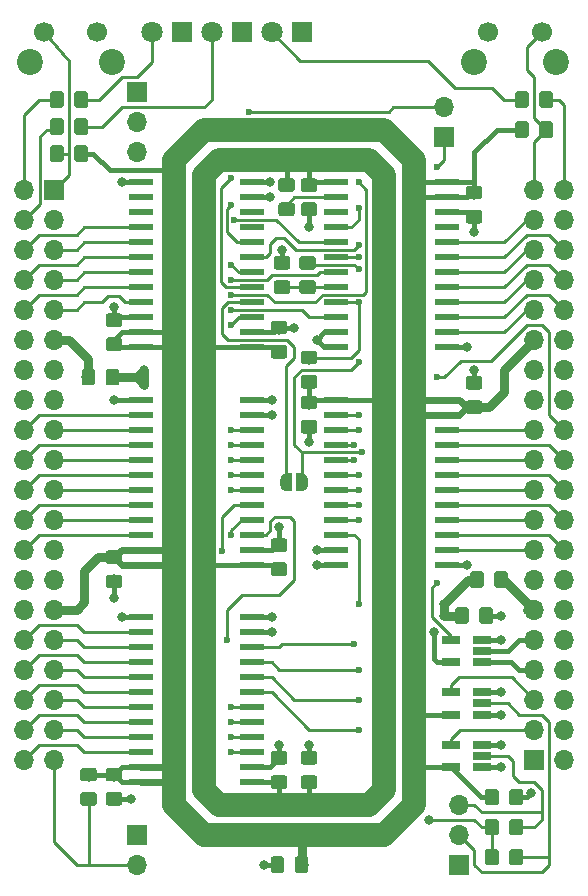
<source format=gtl>
G04 #@! TF.GenerationSoftware,KiCad,Pcbnew,5.1.4-e60b266~84~ubuntu18.04.1*
G04 #@! TF.CreationDate,2019-09-22T15:45:03+01:00*
G04 #@! TF.ProjectId,6502_adapter,36353032-5f61-4646-9170-7465722e6b69,rev?*
G04 #@! TF.SameCoordinates,PX9fdfbc0PY791ddc0*
G04 #@! TF.FileFunction,Copper,L1,Top*
G04 #@! TF.FilePolarity,Positive*
%FSLAX46Y46*%
G04 Gerber Fmt 4.6, Leading zero omitted, Abs format (unit mm)*
G04 Created by KiCad (PCBNEW 5.1.4-e60b266~84~ubuntu18.04.1) date 2019-09-22 15:45:03*
%MOMM*%
%LPD*%
G04 APERTURE LIST*
%ADD10C,0.100000*%
%ADD11C,1.150000*%
%ADD12R,2.000000X0.600000*%
%ADD13C,0.500000*%
%ADD14O,1.700000X1.700000*%
%ADD15R,1.700000X1.700000*%
%ADD16C,2.200000*%
%ADD17C,1.700000*%
%ADD18C,1.800000*%
%ADD19R,1.800000X1.800000*%
%ADD20R,1.560000X0.650000*%
%ADD21C,0.800000*%
%ADD22C,0.600000*%
%ADD23C,0.400000*%
%ADD24C,0.250000*%
%ADD25C,2.000000*%
%ADD26C,0.800000*%
%ADD27C,0.600000*%
G04 APERTURE END LIST*
D10*
G36*
X27017505Y55328796D02*
G01*
X27041773Y55325196D01*
X27065572Y55319235D01*
X27088671Y55310970D01*
X27110850Y55300480D01*
X27131893Y55287868D01*
X27151599Y55273253D01*
X27169777Y55256777D01*
X27186253Y55238599D01*
X27200868Y55218893D01*
X27213480Y55197850D01*
X27223970Y55175671D01*
X27232235Y55152572D01*
X27238196Y55128773D01*
X27241796Y55104505D01*
X27243000Y55080001D01*
X27243000Y54429999D01*
X27241796Y54405495D01*
X27238196Y54381227D01*
X27232235Y54357428D01*
X27223970Y54334329D01*
X27213480Y54312150D01*
X27200868Y54291107D01*
X27186253Y54271401D01*
X27169777Y54253223D01*
X27151599Y54236747D01*
X27131893Y54222132D01*
X27110850Y54209520D01*
X27088671Y54199030D01*
X27065572Y54190765D01*
X27041773Y54184804D01*
X27017505Y54181204D01*
X26993001Y54180000D01*
X26092999Y54180000D01*
X26068495Y54181204D01*
X26044227Y54184804D01*
X26020428Y54190765D01*
X25997329Y54199030D01*
X25975150Y54209520D01*
X25954107Y54222132D01*
X25934401Y54236747D01*
X25916223Y54253223D01*
X25899747Y54271401D01*
X25885132Y54291107D01*
X25872520Y54312150D01*
X25862030Y54334329D01*
X25853765Y54357428D01*
X25847804Y54381227D01*
X25844204Y54405495D01*
X25843000Y54429999D01*
X25843000Y55080001D01*
X25844204Y55104505D01*
X25847804Y55128773D01*
X25853765Y55152572D01*
X25862030Y55175671D01*
X25872520Y55197850D01*
X25885132Y55218893D01*
X25899747Y55238599D01*
X25916223Y55256777D01*
X25934401Y55273253D01*
X25954107Y55287868D01*
X25975150Y55300480D01*
X25997329Y55310970D01*
X26020428Y55319235D01*
X26044227Y55325196D01*
X26068495Y55328796D01*
X26092999Y55330000D01*
X26993001Y55330000D01*
X27017505Y55328796D01*
X27017505Y55328796D01*
G37*
D11*
X26543000Y54755000D03*
D10*
G36*
X27017505Y53278796D02*
G01*
X27041773Y53275196D01*
X27065572Y53269235D01*
X27088671Y53260970D01*
X27110850Y53250480D01*
X27131893Y53237868D01*
X27151599Y53223253D01*
X27169777Y53206777D01*
X27186253Y53188599D01*
X27200868Y53168893D01*
X27213480Y53147850D01*
X27223970Y53125671D01*
X27232235Y53102572D01*
X27238196Y53078773D01*
X27241796Y53054505D01*
X27243000Y53030001D01*
X27243000Y52379999D01*
X27241796Y52355495D01*
X27238196Y52331227D01*
X27232235Y52307428D01*
X27223970Y52284329D01*
X27213480Y52262150D01*
X27200868Y52241107D01*
X27186253Y52221401D01*
X27169777Y52203223D01*
X27151599Y52186747D01*
X27131893Y52172132D01*
X27110850Y52159520D01*
X27088671Y52149030D01*
X27065572Y52140765D01*
X27041773Y52134804D01*
X27017505Y52131204D01*
X26993001Y52130000D01*
X26092999Y52130000D01*
X26068495Y52131204D01*
X26044227Y52134804D01*
X26020428Y52140765D01*
X25997329Y52149030D01*
X25975150Y52159520D01*
X25954107Y52172132D01*
X25934401Y52186747D01*
X25916223Y52203223D01*
X25899747Y52221401D01*
X25885132Y52241107D01*
X25872520Y52262150D01*
X25862030Y52284329D01*
X25853765Y52307428D01*
X25847804Y52331227D01*
X25844204Y52355495D01*
X25843000Y52379999D01*
X25843000Y53030001D01*
X25844204Y53054505D01*
X25847804Y53078773D01*
X25853765Y53102572D01*
X25862030Y53125671D01*
X25872520Y53147850D01*
X25885132Y53168893D01*
X25899747Y53188599D01*
X25916223Y53206777D01*
X25934401Y53223253D01*
X25954107Y53237868D01*
X25975150Y53250480D01*
X25997329Y53260970D01*
X26020428Y53269235D01*
X26044227Y53275196D01*
X26068495Y53278796D01*
X26092999Y53280000D01*
X26993001Y53280000D01*
X27017505Y53278796D01*
X27017505Y53278796D01*
G37*
D11*
X26543000Y52705000D03*
D10*
G36*
X24858505Y55328796D02*
G01*
X24882773Y55325196D01*
X24906572Y55319235D01*
X24929671Y55310970D01*
X24951850Y55300480D01*
X24972893Y55287868D01*
X24992599Y55273253D01*
X25010777Y55256777D01*
X25027253Y55238599D01*
X25041868Y55218893D01*
X25054480Y55197850D01*
X25064970Y55175671D01*
X25073235Y55152572D01*
X25079196Y55128773D01*
X25082796Y55104505D01*
X25084000Y55080001D01*
X25084000Y54429999D01*
X25082796Y54405495D01*
X25079196Y54381227D01*
X25073235Y54357428D01*
X25064970Y54334329D01*
X25054480Y54312150D01*
X25041868Y54291107D01*
X25027253Y54271401D01*
X25010777Y54253223D01*
X24992599Y54236747D01*
X24972893Y54222132D01*
X24951850Y54209520D01*
X24929671Y54199030D01*
X24906572Y54190765D01*
X24882773Y54184804D01*
X24858505Y54181204D01*
X24834001Y54180000D01*
X23933999Y54180000D01*
X23909495Y54181204D01*
X23885227Y54184804D01*
X23861428Y54190765D01*
X23838329Y54199030D01*
X23816150Y54209520D01*
X23795107Y54222132D01*
X23775401Y54236747D01*
X23757223Y54253223D01*
X23740747Y54271401D01*
X23726132Y54291107D01*
X23713520Y54312150D01*
X23703030Y54334329D01*
X23694765Y54357428D01*
X23688804Y54381227D01*
X23685204Y54405495D01*
X23684000Y54429999D01*
X23684000Y55080001D01*
X23685204Y55104505D01*
X23688804Y55128773D01*
X23694765Y55152572D01*
X23703030Y55175671D01*
X23713520Y55197850D01*
X23726132Y55218893D01*
X23740747Y55238599D01*
X23757223Y55256777D01*
X23775401Y55273253D01*
X23795107Y55287868D01*
X23816150Y55300480D01*
X23838329Y55310970D01*
X23861428Y55319235D01*
X23885227Y55325196D01*
X23909495Y55328796D01*
X23933999Y55330000D01*
X24834001Y55330000D01*
X24858505Y55328796D01*
X24858505Y55328796D01*
G37*
D11*
X24384000Y54755000D03*
D10*
G36*
X24858505Y53278796D02*
G01*
X24882773Y53275196D01*
X24906572Y53269235D01*
X24929671Y53260970D01*
X24951850Y53250480D01*
X24972893Y53237868D01*
X24992599Y53223253D01*
X25010777Y53206777D01*
X25027253Y53188599D01*
X25041868Y53168893D01*
X25054480Y53147850D01*
X25064970Y53125671D01*
X25073235Y53102572D01*
X25079196Y53078773D01*
X25082796Y53054505D01*
X25084000Y53030001D01*
X25084000Y52379999D01*
X25082796Y52355495D01*
X25079196Y52331227D01*
X25073235Y52307428D01*
X25064970Y52284329D01*
X25054480Y52262150D01*
X25041868Y52241107D01*
X25027253Y52221401D01*
X25010777Y52203223D01*
X24992599Y52186747D01*
X24972893Y52172132D01*
X24951850Y52159520D01*
X24929671Y52149030D01*
X24906572Y52140765D01*
X24882773Y52134804D01*
X24858505Y52131204D01*
X24834001Y52130000D01*
X23933999Y52130000D01*
X23909495Y52131204D01*
X23885227Y52134804D01*
X23861428Y52140765D01*
X23838329Y52149030D01*
X23816150Y52159520D01*
X23795107Y52172132D01*
X23775401Y52186747D01*
X23757223Y52203223D01*
X23740747Y52221401D01*
X23726132Y52241107D01*
X23713520Y52262150D01*
X23703030Y52284329D01*
X23694765Y52307428D01*
X23688804Y52331227D01*
X23685204Y52355495D01*
X23684000Y52379999D01*
X23684000Y53030001D01*
X23685204Y53054505D01*
X23688804Y53078773D01*
X23694765Y53102572D01*
X23703030Y53125671D01*
X23713520Y53147850D01*
X23726132Y53168893D01*
X23740747Y53188599D01*
X23757223Y53206777D01*
X23775401Y53223253D01*
X23795107Y53237868D01*
X23816150Y53250480D01*
X23838329Y53260970D01*
X23861428Y53269235D01*
X23885227Y53275196D01*
X23909495Y53278796D01*
X23933999Y53280000D01*
X24834001Y53280000D01*
X24858505Y53278796D01*
X24858505Y53278796D01*
G37*
D11*
X24384000Y52705000D03*
D10*
G36*
X42504505Y7683796D02*
G01*
X42528773Y7680196D01*
X42552572Y7674235D01*
X42575671Y7665970D01*
X42597850Y7655480D01*
X42618893Y7642868D01*
X42638599Y7628253D01*
X42656777Y7611777D01*
X42673253Y7593599D01*
X42687868Y7573893D01*
X42700480Y7552850D01*
X42710970Y7530671D01*
X42719235Y7507572D01*
X42725196Y7483773D01*
X42728796Y7459505D01*
X42730000Y7435001D01*
X42730000Y6534999D01*
X42728796Y6510495D01*
X42725196Y6486227D01*
X42719235Y6462428D01*
X42710970Y6439329D01*
X42700480Y6417150D01*
X42687868Y6396107D01*
X42673253Y6376401D01*
X42656777Y6358223D01*
X42638599Y6341747D01*
X42618893Y6327132D01*
X42597850Y6314520D01*
X42575671Y6304030D01*
X42552572Y6295765D01*
X42528773Y6289804D01*
X42504505Y6286204D01*
X42480001Y6285000D01*
X41829999Y6285000D01*
X41805495Y6286204D01*
X41781227Y6289804D01*
X41757428Y6295765D01*
X41734329Y6304030D01*
X41712150Y6314520D01*
X41691107Y6327132D01*
X41671401Y6341747D01*
X41653223Y6358223D01*
X41636747Y6376401D01*
X41622132Y6396107D01*
X41609520Y6417150D01*
X41599030Y6439329D01*
X41590765Y6462428D01*
X41584804Y6486227D01*
X41581204Y6510495D01*
X41580000Y6534999D01*
X41580000Y7435001D01*
X41581204Y7459505D01*
X41584804Y7483773D01*
X41590765Y7507572D01*
X41599030Y7530671D01*
X41609520Y7552850D01*
X41622132Y7573893D01*
X41636747Y7593599D01*
X41653223Y7611777D01*
X41671401Y7628253D01*
X41691107Y7642868D01*
X41712150Y7655480D01*
X41734329Y7665970D01*
X41757428Y7674235D01*
X41781227Y7680196D01*
X41805495Y7683796D01*
X41829999Y7685000D01*
X42480001Y7685000D01*
X42504505Y7683796D01*
X42504505Y7683796D01*
G37*
D11*
X42155000Y6985000D03*
D10*
G36*
X44554505Y7683796D02*
G01*
X44578773Y7680196D01*
X44602572Y7674235D01*
X44625671Y7665970D01*
X44647850Y7655480D01*
X44668893Y7642868D01*
X44688599Y7628253D01*
X44706777Y7611777D01*
X44723253Y7593599D01*
X44737868Y7573893D01*
X44750480Y7552850D01*
X44760970Y7530671D01*
X44769235Y7507572D01*
X44775196Y7483773D01*
X44778796Y7459505D01*
X44780000Y7435001D01*
X44780000Y6534999D01*
X44778796Y6510495D01*
X44775196Y6486227D01*
X44769235Y6462428D01*
X44760970Y6439329D01*
X44750480Y6417150D01*
X44737868Y6396107D01*
X44723253Y6376401D01*
X44706777Y6358223D01*
X44688599Y6341747D01*
X44668893Y6327132D01*
X44647850Y6314520D01*
X44625671Y6304030D01*
X44602572Y6295765D01*
X44578773Y6289804D01*
X44554505Y6286204D01*
X44530001Y6285000D01*
X43879999Y6285000D01*
X43855495Y6286204D01*
X43831227Y6289804D01*
X43807428Y6295765D01*
X43784329Y6304030D01*
X43762150Y6314520D01*
X43741107Y6327132D01*
X43721401Y6341747D01*
X43703223Y6358223D01*
X43686747Y6376401D01*
X43672132Y6396107D01*
X43659520Y6417150D01*
X43649030Y6439329D01*
X43640765Y6462428D01*
X43634804Y6486227D01*
X43631204Y6510495D01*
X43630000Y6534999D01*
X43630000Y7435001D01*
X43631204Y7459505D01*
X43634804Y7483773D01*
X43640765Y7507572D01*
X43649030Y7530671D01*
X43659520Y7552850D01*
X43672132Y7573893D01*
X43686747Y7593599D01*
X43703223Y7611777D01*
X43721401Y7628253D01*
X43741107Y7642868D01*
X43762150Y7655480D01*
X43784329Y7665970D01*
X43807428Y7674235D01*
X43831227Y7680196D01*
X43855495Y7683796D01*
X43879999Y7685000D01*
X44530001Y7685000D01*
X44554505Y7683796D01*
X44554505Y7683796D01*
G37*
D11*
X44205000Y6985000D03*
D12*
X12445000Y47625000D03*
X12445000Y48895000D03*
X12445000Y50165000D03*
X12445000Y51435000D03*
X12445000Y52705000D03*
X12445000Y53975000D03*
X12445000Y55245000D03*
X12445000Y56515000D03*
X12445000Y57785000D03*
X12445000Y59055000D03*
X12445000Y60325000D03*
X12445000Y61595000D03*
X21845000Y61595000D03*
X21845000Y60325000D03*
X21845000Y59055000D03*
X21845000Y57785000D03*
X21845000Y56515000D03*
X21845000Y55245000D03*
X21845000Y53975000D03*
X21845000Y52705000D03*
X21845000Y51435000D03*
X21845000Y50165000D03*
X21845000Y48895000D03*
X21845000Y47625000D03*
D13*
X26050000Y36195000D03*
D10*
G36*
X26050000Y36944398D02*
G01*
X26074534Y36944398D01*
X26123365Y36939588D01*
X26171490Y36930016D01*
X26218445Y36915772D01*
X26263778Y36896995D01*
X26307051Y36873864D01*
X26347850Y36846604D01*
X26385779Y36815476D01*
X26420476Y36780779D01*
X26451604Y36742850D01*
X26478864Y36702051D01*
X26501995Y36658778D01*
X26520772Y36613445D01*
X26535016Y36566490D01*
X26544588Y36518365D01*
X26549398Y36469534D01*
X26549398Y36445000D01*
X26550000Y36445000D01*
X26550000Y35945000D01*
X26549398Y35945000D01*
X26549398Y35920466D01*
X26544588Y35871635D01*
X26535016Y35823510D01*
X26520772Y35776555D01*
X26501995Y35731222D01*
X26478864Y35687949D01*
X26451604Y35647150D01*
X26420476Y35609221D01*
X26385779Y35574524D01*
X26347850Y35543396D01*
X26307051Y35516136D01*
X26263778Y35493005D01*
X26218445Y35474228D01*
X26171490Y35459984D01*
X26123365Y35450412D01*
X26074534Y35445602D01*
X26050000Y35445602D01*
X26050000Y35445000D01*
X25550000Y35445000D01*
X25550000Y36945000D01*
X26050000Y36945000D01*
X26050000Y36944398D01*
X26050000Y36944398D01*
G37*
D13*
X24750000Y36195000D03*
D10*
G36*
X25250000Y35445000D02*
G01*
X24750000Y35445000D01*
X24750000Y35445602D01*
X24725466Y35445602D01*
X24676635Y35450412D01*
X24628510Y35459984D01*
X24581555Y35474228D01*
X24536222Y35493005D01*
X24492949Y35516136D01*
X24452150Y35543396D01*
X24414221Y35574524D01*
X24379524Y35609221D01*
X24348396Y35647150D01*
X24321136Y35687949D01*
X24298005Y35731222D01*
X24279228Y35776555D01*
X24264984Y35823510D01*
X24255412Y35871635D01*
X24250602Y35920466D01*
X24250602Y35945000D01*
X24250000Y35945000D01*
X24250000Y36445000D01*
X24250602Y36445000D01*
X24250602Y36469534D01*
X24255412Y36518365D01*
X24264984Y36566490D01*
X24279228Y36613445D01*
X24298005Y36658778D01*
X24321136Y36702051D01*
X24348396Y36742850D01*
X24379524Y36780779D01*
X24414221Y36815476D01*
X24452150Y36846604D01*
X24492949Y36873864D01*
X24536222Y36896995D01*
X24581555Y36915772D01*
X24628510Y36930016D01*
X24676635Y36939588D01*
X24725466Y36944398D01*
X24750000Y36944398D01*
X24750000Y36945000D01*
X25250000Y36945000D01*
X25250000Y35445000D01*
X25250000Y35445000D01*
G37*
G36*
X44554505Y10223796D02*
G01*
X44578773Y10220196D01*
X44602572Y10214235D01*
X44625671Y10205970D01*
X44647850Y10195480D01*
X44668893Y10182868D01*
X44688599Y10168253D01*
X44706777Y10151777D01*
X44723253Y10133599D01*
X44737868Y10113893D01*
X44750480Y10092850D01*
X44760970Y10070671D01*
X44769235Y10047572D01*
X44775196Y10023773D01*
X44778796Y9999505D01*
X44780000Y9975001D01*
X44780000Y9074999D01*
X44778796Y9050495D01*
X44775196Y9026227D01*
X44769235Y9002428D01*
X44760970Y8979329D01*
X44750480Y8957150D01*
X44737868Y8936107D01*
X44723253Y8916401D01*
X44706777Y8898223D01*
X44688599Y8881747D01*
X44668893Y8867132D01*
X44647850Y8854520D01*
X44625671Y8844030D01*
X44602572Y8835765D01*
X44578773Y8829804D01*
X44554505Y8826204D01*
X44530001Y8825000D01*
X43879999Y8825000D01*
X43855495Y8826204D01*
X43831227Y8829804D01*
X43807428Y8835765D01*
X43784329Y8844030D01*
X43762150Y8854520D01*
X43741107Y8867132D01*
X43721401Y8881747D01*
X43703223Y8898223D01*
X43686747Y8916401D01*
X43672132Y8936107D01*
X43659520Y8957150D01*
X43649030Y8979329D01*
X43640765Y9002428D01*
X43634804Y9026227D01*
X43631204Y9050495D01*
X43630000Y9074999D01*
X43630000Y9975001D01*
X43631204Y9999505D01*
X43634804Y10023773D01*
X43640765Y10047572D01*
X43649030Y10070671D01*
X43659520Y10092850D01*
X43672132Y10113893D01*
X43686747Y10133599D01*
X43703223Y10151777D01*
X43721401Y10168253D01*
X43741107Y10182868D01*
X43762150Y10195480D01*
X43784329Y10205970D01*
X43807428Y10214235D01*
X43831227Y10220196D01*
X43855495Y10223796D01*
X43879999Y10225000D01*
X44530001Y10225000D01*
X44554505Y10223796D01*
X44554505Y10223796D01*
G37*
D11*
X44205000Y9525000D03*
D10*
G36*
X42504505Y10223796D02*
G01*
X42528773Y10220196D01*
X42552572Y10214235D01*
X42575671Y10205970D01*
X42597850Y10195480D01*
X42618893Y10182868D01*
X42638599Y10168253D01*
X42656777Y10151777D01*
X42673253Y10133599D01*
X42687868Y10113893D01*
X42700480Y10092850D01*
X42710970Y10070671D01*
X42719235Y10047572D01*
X42725196Y10023773D01*
X42728796Y9999505D01*
X42730000Y9975001D01*
X42730000Y9074999D01*
X42728796Y9050495D01*
X42725196Y9026227D01*
X42719235Y9002428D01*
X42710970Y8979329D01*
X42700480Y8957150D01*
X42687868Y8936107D01*
X42673253Y8916401D01*
X42656777Y8898223D01*
X42638599Y8881747D01*
X42618893Y8867132D01*
X42597850Y8854520D01*
X42575671Y8844030D01*
X42552572Y8835765D01*
X42528773Y8829804D01*
X42504505Y8826204D01*
X42480001Y8825000D01*
X41829999Y8825000D01*
X41805495Y8826204D01*
X41781227Y8829804D01*
X41757428Y8835765D01*
X41734329Y8844030D01*
X41712150Y8854520D01*
X41691107Y8867132D01*
X41671401Y8881747D01*
X41653223Y8898223D01*
X41636747Y8916401D01*
X41622132Y8936107D01*
X41609520Y8957150D01*
X41599030Y8979329D01*
X41590765Y9002428D01*
X41584804Y9026227D01*
X41581204Y9050495D01*
X41580000Y9074999D01*
X41580000Y9975001D01*
X41581204Y9999505D01*
X41584804Y10023773D01*
X41590765Y10047572D01*
X41599030Y10070671D01*
X41609520Y10092850D01*
X41622132Y10113893D01*
X41636747Y10133599D01*
X41653223Y10151777D01*
X41671401Y10168253D01*
X41691107Y10182868D01*
X41712150Y10195480D01*
X41734329Y10205970D01*
X41757428Y10214235D01*
X41781227Y10220196D01*
X41805495Y10223796D01*
X41829999Y10225000D01*
X42480001Y10225000D01*
X42504505Y10223796D01*
X42504505Y10223796D01*
G37*
D11*
X42155000Y9525000D03*
D10*
G36*
X42014505Y25590796D02*
G01*
X42038773Y25587196D01*
X42062572Y25581235D01*
X42085671Y25572970D01*
X42107850Y25562480D01*
X42128893Y25549868D01*
X42148599Y25535253D01*
X42166777Y25518777D01*
X42183253Y25500599D01*
X42197868Y25480893D01*
X42210480Y25459850D01*
X42220970Y25437671D01*
X42229235Y25414572D01*
X42235196Y25390773D01*
X42238796Y25366505D01*
X42240000Y25342001D01*
X42240000Y24441999D01*
X42238796Y24417495D01*
X42235196Y24393227D01*
X42229235Y24369428D01*
X42220970Y24346329D01*
X42210480Y24324150D01*
X42197868Y24303107D01*
X42183253Y24283401D01*
X42166777Y24265223D01*
X42148599Y24248747D01*
X42128893Y24234132D01*
X42107850Y24221520D01*
X42085671Y24211030D01*
X42062572Y24202765D01*
X42038773Y24196804D01*
X42014505Y24193204D01*
X41990001Y24192000D01*
X41339999Y24192000D01*
X41315495Y24193204D01*
X41291227Y24196804D01*
X41267428Y24202765D01*
X41244329Y24211030D01*
X41222150Y24221520D01*
X41201107Y24234132D01*
X41181401Y24248747D01*
X41163223Y24265223D01*
X41146747Y24283401D01*
X41132132Y24303107D01*
X41119520Y24324150D01*
X41109030Y24346329D01*
X41100765Y24369428D01*
X41094804Y24393227D01*
X41091204Y24417495D01*
X41090000Y24441999D01*
X41090000Y25342001D01*
X41091204Y25366505D01*
X41094804Y25390773D01*
X41100765Y25414572D01*
X41109030Y25437671D01*
X41119520Y25459850D01*
X41132132Y25480893D01*
X41146747Y25500599D01*
X41163223Y25518777D01*
X41181401Y25535253D01*
X41201107Y25549868D01*
X41222150Y25562480D01*
X41244329Y25572970D01*
X41267428Y25581235D01*
X41291227Y25587196D01*
X41315495Y25590796D01*
X41339999Y25592000D01*
X41990001Y25592000D01*
X42014505Y25590796D01*
X42014505Y25590796D01*
G37*
D11*
X41665000Y24892000D03*
D10*
G36*
X39964505Y25590796D02*
G01*
X39988773Y25587196D01*
X40012572Y25581235D01*
X40035671Y25572970D01*
X40057850Y25562480D01*
X40078893Y25549868D01*
X40098599Y25535253D01*
X40116777Y25518777D01*
X40133253Y25500599D01*
X40147868Y25480893D01*
X40160480Y25459850D01*
X40170970Y25437671D01*
X40179235Y25414572D01*
X40185196Y25390773D01*
X40188796Y25366505D01*
X40190000Y25342001D01*
X40190000Y24441999D01*
X40188796Y24417495D01*
X40185196Y24393227D01*
X40179235Y24369428D01*
X40170970Y24346329D01*
X40160480Y24324150D01*
X40147868Y24303107D01*
X40133253Y24283401D01*
X40116777Y24265223D01*
X40098599Y24248747D01*
X40078893Y24234132D01*
X40057850Y24221520D01*
X40035671Y24211030D01*
X40012572Y24202765D01*
X39988773Y24196804D01*
X39964505Y24193204D01*
X39940001Y24192000D01*
X39289999Y24192000D01*
X39265495Y24193204D01*
X39241227Y24196804D01*
X39217428Y24202765D01*
X39194329Y24211030D01*
X39172150Y24221520D01*
X39151107Y24234132D01*
X39131401Y24248747D01*
X39113223Y24265223D01*
X39096747Y24283401D01*
X39082132Y24303107D01*
X39069520Y24324150D01*
X39059030Y24346329D01*
X39050765Y24369428D01*
X39044804Y24393227D01*
X39041204Y24417495D01*
X39040000Y24441999D01*
X39040000Y25342001D01*
X39041204Y25366505D01*
X39044804Y25390773D01*
X39050765Y25414572D01*
X39059030Y25437671D01*
X39069520Y25459850D01*
X39082132Y25480893D01*
X39096747Y25500599D01*
X39113223Y25518777D01*
X39131401Y25535253D01*
X39151107Y25549868D01*
X39172150Y25562480D01*
X39194329Y25572970D01*
X39217428Y25581235D01*
X39241227Y25587196D01*
X39265495Y25590796D01*
X39289999Y25592000D01*
X39940001Y25592000D01*
X39964505Y25590796D01*
X39964505Y25590796D01*
G37*
D11*
X39615000Y24892000D03*
D14*
X12065000Y3810000D03*
D15*
X12065000Y6350000D03*
D14*
X39370000Y8890000D03*
X39370000Y6350000D03*
D15*
X39370000Y3810000D03*
D16*
X47605000Y71795000D03*
X40605000Y71795000D03*
D17*
X46355000Y74295000D03*
X41855000Y74295000D03*
D16*
X10004500Y71795000D03*
X3004500Y71795000D03*
D17*
X8754500Y74295000D03*
X4254500Y74295000D03*
D14*
X38100000Y67945000D03*
D15*
X38100000Y65405000D03*
D14*
X12065000Y64135000D03*
X12065000Y66675000D03*
D15*
X12065000Y69215000D03*
D18*
X18415000Y74295000D03*
D19*
X20955000Y74295000D03*
D18*
X23495000Y74295000D03*
D19*
X26035000Y74295000D03*
D18*
X13335000Y74295000D03*
D19*
X15875000Y74295000D03*
D14*
X2540000Y12700000D03*
X5080000Y12700000D03*
X2540000Y15240000D03*
X5080000Y15240000D03*
X2540000Y17780000D03*
X5080000Y17780000D03*
X2540000Y20320000D03*
X5080000Y20320000D03*
X2540000Y22860000D03*
X5080000Y22860000D03*
X2540000Y25400000D03*
X5080000Y25400000D03*
X2540000Y27940000D03*
X5080000Y27940000D03*
X2540000Y30480000D03*
X5080000Y30480000D03*
X2540000Y33020000D03*
X5080000Y33020000D03*
X2540000Y35560000D03*
X5080000Y35560000D03*
X2540000Y38100000D03*
X5080000Y38100000D03*
X2540000Y40640000D03*
X5080000Y40640000D03*
X2540000Y43180000D03*
X5080000Y43180000D03*
X2540000Y45720000D03*
X5080000Y45720000D03*
X2540000Y48260000D03*
X5080000Y48260000D03*
X2540000Y50800000D03*
X5080000Y50800000D03*
X2540000Y53340000D03*
X5080000Y53340000D03*
X2540000Y55880000D03*
X5080000Y55880000D03*
X2540000Y58420000D03*
X5080000Y58420000D03*
X2540000Y60960000D03*
D15*
X5080000Y60960000D03*
D14*
X48260000Y60960000D03*
X45720000Y60960000D03*
X48260000Y58420000D03*
X45720000Y58420000D03*
X48260000Y55880000D03*
X45720000Y55880000D03*
X48260000Y53340000D03*
X45720000Y53340000D03*
X48260000Y50800000D03*
X45720000Y50800000D03*
X48260000Y48260000D03*
X45720000Y48260000D03*
X48260000Y45720000D03*
X45720000Y45720000D03*
X48260000Y43180000D03*
X45720000Y43180000D03*
X48260000Y40640000D03*
X45720000Y40640000D03*
X48260000Y38100000D03*
X45720000Y38100000D03*
X48260000Y35560000D03*
X45720000Y35560000D03*
X48260000Y33020000D03*
X45720000Y33020000D03*
X48260000Y30480000D03*
X45720000Y30480000D03*
X48260000Y27940000D03*
X45720000Y27940000D03*
X48260000Y25400000D03*
X45720000Y25400000D03*
X48260000Y22860000D03*
X45720000Y22860000D03*
X48260000Y20320000D03*
X45720000Y20320000D03*
X48260000Y17780000D03*
X45720000Y17780000D03*
X48260000Y15240000D03*
X45720000Y15240000D03*
X48260000Y12700000D03*
D15*
X45720000Y12700000D03*
D20*
X38655000Y12065000D03*
X38655000Y13965000D03*
X41355000Y13965000D03*
X41355000Y13015000D03*
X41355000Y12065000D03*
X38655000Y16510000D03*
X38655000Y18410000D03*
X41355000Y18410000D03*
X41355000Y17460000D03*
X41355000Y16510000D03*
X38655000Y20960000D03*
X38655000Y22860000D03*
X41355000Y22860000D03*
X41355000Y21910000D03*
X41355000Y20960000D03*
D10*
G36*
X45044505Y69278796D02*
G01*
X45068773Y69275196D01*
X45092572Y69269235D01*
X45115671Y69260970D01*
X45137850Y69250480D01*
X45158893Y69237868D01*
X45178599Y69223253D01*
X45196777Y69206777D01*
X45213253Y69188599D01*
X45227868Y69168893D01*
X45240480Y69147850D01*
X45250970Y69125671D01*
X45259235Y69102572D01*
X45265196Y69078773D01*
X45268796Y69054505D01*
X45270000Y69030001D01*
X45270000Y68129999D01*
X45268796Y68105495D01*
X45265196Y68081227D01*
X45259235Y68057428D01*
X45250970Y68034329D01*
X45240480Y68012150D01*
X45227868Y67991107D01*
X45213253Y67971401D01*
X45196777Y67953223D01*
X45178599Y67936747D01*
X45158893Y67922132D01*
X45137850Y67909520D01*
X45115671Y67899030D01*
X45092572Y67890765D01*
X45068773Y67884804D01*
X45044505Y67881204D01*
X45020001Y67880000D01*
X44369999Y67880000D01*
X44345495Y67881204D01*
X44321227Y67884804D01*
X44297428Y67890765D01*
X44274329Y67899030D01*
X44252150Y67909520D01*
X44231107Y67922132D01*
X44211401Y67936747D01*
X44193223Y67953223D01*
X44176747Y67971401D01*
X44162132Y67991107D01*
X44149520Y68012150D01*
X44139030Y68034329D01*
X44130765Y68057428D01*
X44124804Y68081227D01*
X44121204Y68105495D01*
X44120000Y68129999D01*
X44120000Y69030001D01*
X44121204Y69054505D01*
X44124804Y69078773D01*
X44130765Y69102572D01*
X44139030Y69125671D01*
X44149520Y69147850D01*
X44162132Y69168893D01*
X44176747Y69188599D01*
X44193223Y69206777D01*
X44211401Y69223253D01*
X44231107Y69237868D01*
X44252150Y69250480D01*
X44274329Y69260970D01*
X44297428Y69269235D01*
X44321227Y69275196D01*
X44345495Y69278796D01*
X44369999Y69280000D01*
X45020001Y69280000D01*
X45044505Y69278796D01*
X45044505Y69278796D01*
G37*
D11*
X44695000Y68580000D03*
D10*
G36*
X47094505Y69278796D02*
G01*
X47118773Y69275196D01*
X47142572Y69269235D01*
X47165671Y69260970D01*
X47187850Y69250480D01*
X47208893Y69237868D01*
X47228599Y69223253D01*
X47246777Y69206777D01*
X47263253Y69188599D01*
X47277868Y69168893D01*
X47290480Y69147850D01*
X47300970Y69125671D01*
X47309235Y69102572D01*
X47315196Y69078773D01*
X47318796Y69054505D01*
X47320000Y69030001D01*
X47320000Y68129999D01*
X47318796Y68105495D01*
X47315196Y68081227D01*
X47309235Y68057428D01*
X47300970Y68034329D01*
X47290480Y68012150D01*
X47277868Y67991107D01*
X47263253Y67971401D01*
X47246777Y67953223D01*
X47228599Y67936747D01*
X47208893Y67922132D01*
X47187850Y67909520D01*
X47165671Y67899030D01*
X47142572Y67890765D01*
X47118773Y67884804D01*
X47094505Y67881204D01*
X47070001Y67880000D01*
X46419999Y67880000D01*
X46395495Y67881204D01*
X46371227Y67884804D01*
X46347428Y67890765D01*
X46324329Y67899030D01*
X46302150Y67909520D01*
X46281107Y67922132D01*
X46261401Y67936747D01*
X46243223Y67953223D01*
X46226747Y67971401D01*
X46212132Y67991107D01*
X46199520Y68012150D01*
X46189030Y68034329D01*
X46180765Y68057428D01*
X46174804Y68081227D01*
X46171204Y68105495D01*
X46170000Y68129999D01*
X46170000Y69030001D01*
X46171204Y69054505D01*
X46174804Y69078773D01*
X46180765Y69102572D01*
X46189030Y69125671D01*
X46199520Y69147850D01*
X46212132Y69168893D01*
X46226747Y69188599D01*
X46243223Y69206777D01*
X46261401Y69223253D01*
X46281107Y69237868D01*
X46302150Y69250480D01*
X46324329Y69260970D01*
X46347428Y69269235D01*
X46371227Y69275196D01*
X46395495Y69278796D01*
X46419999Y69280000D01*
X47070001Y69280000D01*
X47094505Y69278796D01*
X47094505Y69278796D01*
G37*
D11*
X46745000Y68580000D03*
D10*
G36*
X7724505Y66992796D02*
G01*
X7748773Y66989196D01*
X7772572Y66983235D01*
X7795671Y66974970D01*
X7817850Y66964480D01*
X7838893Y66951868D01*
X7858599Y66937253D01*
X7876777Y66920777D01*
X7893253Y66902599D01*
X7907868Y66882893D01*
X7920480Y66861850D01*
X7930970Y66839671D01*
X7939235Y66816572D01*
X7945196Y66792773D01*
X7948796Y66768505D01*
X7950000Y66744001D01*
X7950000Y65843999D01*
X7948796Y65819495D01*
X7945196Y65795227D01*
X7939235Y65771428D01*
X7930970Y65748329D01*
X7920480Y65726150D01*
X7907868Y65705107D01*
X7893253Y65685401D01*
X7876777Y65667223D01*
X7858599Y65650747D01*
X7838893Y65636132D01*
X7817850Y65623520D01*
X7795671Y65613030D01*
X7772572Y65604765D01*
X7748773Y65598804D01*
X7724505Y65595204D01*
X7700001Y65594000D01*
X7049999Y65594000D01*
X7025495Y65595204D01*
X7001227Y65598804D01*
X6977428Y65604765D01*
X6954329Y65613030D01*
X6932150Y65623520D01*
X6911107Y65636132D01*
X6891401Y65650747D01*
X6873223Y65667223D01*
X6856747Y65685401D01*
X6842132Y65705107D01*
X6829520Y65726150D01*
X6819030Y65748329D01*
X6810765Y65771428D01*
X6804804Y65795227D01*
X6801204Y65819495D01*
X6800000Y65843999D01*
X6800000Y66744001D01*
X6801204Y66768505D01*
X6804804Y66792773D01*
X6810765Y66816572D01*
X6819030Y66839671D01*
X6829520Y66861850D01*
X6842132Y66882893D01*
X6856747Y66902599D01*
X6873223Y66920777D01*
X6891401Y66937253D01*
X6911107Y66951868D01*
X6932150Y66964480D01*
X6954329Y66974970D01*
X6977428Y66983235D01*
X7001227Y66989196D01*
X7025495Y66992796D01*
X7049999Y66994000D01*
X7700001Y66994000D01*
X7724505Y66992796D01*
X7724505Y66992796D01*
G37*
D11*
X7375000Y66294000D03*
D10*
G36*
X5674505Y66992796D02*
G01*
X5698773Y66989196D01*
X5722572Y66983235D01*
X5745671Y66974970D01*
X5767850Y66964480D01*
X5788893Y66951868D01*
X5808599Y66937253D01*
X5826777Y66920777D01*
X5843253Y66902599D01*
X5857868Y66882893D01*
X5870480Y66861850D01*
X5880970Y66839671D01*
X5889235Y66816572D01*
X5895196Y66792773D01*
X5898796Y66768505D01*
X5900000Y66744001D01*
X5900000Y65843999D01*
X5898796Y65819495D01*
X5895196Y65795227D01*
X5889235Y65771428D01*
X5880970Y65748329D01*
X5870480Y65726150D01*
X5857868Y65705107D01*
X5843253Y65685401D01*
X5826777Y65667223D01*
X5808599Y65650747D01*
X5788893Y65636132D01*
X5767850Y65623520D01*
X5745671Y65613030D01*
X5722572Y65604765D01*
X5698773Y65598804D01*
X5674505Y65595204D01*
X5650001Y65594000D01*
X4999999Y65594000D01*
X4975495Y65595204D01*
X4951227Y65598804D01*
X4927428Y65604765D01*
X4904329Y65613030D01*
X4882150Y65623520D01*
X4861107Y65636132D01*
X4841401Y65650747D01*
X4823223Y65667223D01*
X4806747Y65685401D01*
X4792132Y65705107D01*
X4779520Y65726150D01*
X4769030Y65748329D01*
X4760765Y65771428D01*
X4754804Y65795227D01*
X4751204Y65819495D01*
X4750000Y65843999D01*
X4750000Y66744001D01*
X4751204Y66768505D01*
X4754804Y66792773D01*
X4760765Y66816572D01*
X4769030Y66839671D01*
X4779520Y66861850D01*
X4792132Y66882893D01*
X4806747Y66902599D01*
X4823223Y66920777D01*
X4841401Y66937253D01*
X4861107Y66951868D01*
X4882150Y66964480D01*
X4904329Y66974970D01*
X4927428Y66983235D01*
X4951227Y66989196D01*
X4975495Y66992796D01*
X4999999Y66994000D01*
X5650001Y66994000D01*
X5674505Y66992796D01*
X5674505Y66992796D01*
G37*
D11*
X5325000Y66294000D03*
D10*
G36*
X7724505Y69278796D02*
G01*
X7748773Y69275196D01*
X7772572Y69269235D01*
X7795671Y69260970D01*
X7817850Y69250480D01*
X7838893Y69237868D01*
X7858599Y69223253D01*
X7876777Y69206777D01*
X7893253Y69188599D01*
X7907868Y69168893D01*
X7920480Y69147850D01*
X7930970Y69125671D01*
X7939235Y69102572D01*
X7945196Y69078773D01*
X7948796Y69054505D01*
X7950000Y69030001D01*
X7950000Y68129999D01*
X7948796Y68105495D01*
X7945196Y68081227D01*
X7939235Y68057428D01*
X7930970Y68034329D01*
X7920480Y68012150D01*
X7907868Y67991107D01*
X7893253Y67971401D01*
X7876777Y67953223D01*
X7858599Y67936747D01*
X7838893Y67922132D01*
X7817850Y67909520D01*
X7795671Y67899030D01*
X7772572Y67890765D01*
X7748773Y67884804D01*
X7724505Y67881204D01*
X7700001Y67880000D01*
X7049999Y67880000D01*
X7025495Y67881204D01*
X7001227Y67884804D01*
X6977428Y67890765D01*
X6954329Y67899030D01*
X6932150Y67909520D01*
X6911107Y67922132D01*
X6891401Y67936747D01*
X6873223Y67953223D01*
X6856747Y67971401D01*
X6842132Y67991107D01*
X6829520Y68012150D01*
X6819030Y68034329D01*
X6810765Y68057428D01*
X6804804Y68081227D01*
X6801204Y68105495D01*
X6800000Y68129999D01*
X6800000Y69030001D01*
X6801204Y69054505D01*
X6804804Y69078773D01*
X6810765Y69102572D01*
X6819030Y69125671D01*
X6829520Y69147850D01*
X6842132Y69168893D01*
X6856747Y69188599D01*
X6873223Y69206777D01*
X6891401Y69223253D01*
X6911107Y69237868D01*
X6932150Y69250480D01*
X6954329Y69260970D01*
X6977428Y69269235D01*
X7001227Y69275196D01*
X7025495Y69278796D01*
X7049999Y69280000D01*
X7700001Y69280000D01*
X7724505Y69278796D01*
X7724505Y69278796D01*
G37*
D11*
X7375000Y68580000D03*
D10*
G36*
X5674505Y69278796D02*
G01*
X5698773Y69275196D01*
X5722572Y69269235D01*
X5745671Y69260970D01*
X5767850Y69250480D01*
X5788893Y69237868D01*
X5808599Y69223253D01*
X5826777Y69206777D01*
X5843253Y69188599D01*
X5857868Y69168893D01*
X5870480Y69147850D01*
X5880970Y69125671D01*
X5889235Y69102572D01*
X5895196Y69078773D01*
X5898796Y69054505D01*
X5900000Y69030001D01*
X5900000Y68129999D01*
X5898796Y68105495D01*
X5895196Y68081227D01*
X5889235Y68057428D01*
X5880970Y68034329D01*
X5870480Y68012150D01*
X5857868Y67991107D01*
X5843253Y67971401D01*
X5826777Y67953223D01*
X5808599Y67936747D01*
X5788893Y67922132D01*
X5767850Y67909520D01*
X5745671Y67899030D01*
X5722572Y67890765D01*
X5698773Y67884804D01*
X5674505Y67881204D01*
X5650001Y67880000D01*
X4999999Y67880000D01*
X4975495Y67881204D01*
X4951227Y67884804D01*
X4927428Y67890765D01*
X4904329Y67899030D01*
X4882150Y67909520D01*
X4861107Y67922132D01*
X4841401Y67936747D01*
X4823223Y67953223D01*
X4806747Y67971401D01*
X4792132Y67991107D01*
X4779520Y68012150D01*
X4769030Y68034329D01*
X4760765Y68057428D01*
X4754804Y68081227D01*
X4751204Y68105495D01*
X4750000Y68129999D01*
X4750000Y69030001D01*
X4751204Y69054505D01*
X4754804Y69078773D01*
X4760765Y69102572D01*
X4769030Y69125671D01*
X4779520Y69147850D01*
X4792132Y69168893D01*
X4806747Y69188599D01*
X4823223Y69206777D01*
X4841401Y69223253D01*
X4861107Y69237868D01*
X4882150Y69250480D01*
X4904329Y69260970D01*
X4927428Y69269235D01*
X4951227Y69275196D01*
X4975495Y69278796D01*
X4999999Y69280000D01*
X5650001Y69280000D01*
X5674505Y69278796D01*
X5674505Y69278796D01*
G37*
D11*
X5325000Y68580000D03*
D10*
G36*
X47094505Y66738796D02*
G01*
X47118773Y66735196D01*
X47142572Y66729235D01*
X47165671Y66720970D01*
X47187850Y66710480D01*
X47208893Y66697868D01*
X47228599Y66683253D01*
X47246777Y66666777D01*
X47263253Y66648599D01*
X47277868Y66628893D01*
X47290480Y66607850D01*
X47300970Y66585671D01*
X47309235Y66562572D01*
X47315196Y66538773D01*
X47318796Y66514505D01*
X47320000Y66490001D01*
X47320000Y65589999D01*
X47318796Y65565495D01*
X47315196Y65541227D01*
X47309235Y65517428D01*
X47300970Y65494329D01*
X47290480Y65472150D01*
X47277868Y65451107D01*
X47263253Y65431401D01*
X47246777Y65413223D01*
X47228599Y65396747D01*
X47208893Y65382132D01*
X47187850Y65369520D01*
X47165671Y65359030D01*
X47142572Y65350765D01*
X47118773Y65344804D01*
X47094505Y65341204D01*
X47070001Y65340000D01*
X46419999Y65340000D01*
X46395495Y65341204D01*
X46371227Y65344804D01*
X46347428Y65350765D01*
X46324329Y65359030D01*
X46302150Y65369520D01*
X46281107Y65382132D01*
X46261401Y65396747D01*
X46243223Y65413223D01*
X46226747Y65431401D01*
X46212132Y65451107D01*
X46199520Y65472150D01*
X46189030Y65494329D01*
X46180765Y65517428D01*
X46174804Y65541227D01*
X46171204Y65565495D01*
X46170000Y65589999D01*
X46170000Y66490001D01*
X46171204Y66514505D01*
X46174804Y66538773D01*
X46180765Y66562572D01*
X46189030Y66585671D01*
X46199520Y66607850D01*
X46212132Y66628893D01*
X46226747Y66648599D01*
X46243223Y66666777D01*
X46261401Y66683253D01*
X46281107Y66697868D01*
X46302150Y66710480D01*
X46324329Y66720970D01*
X46347428Y66729235D01*
X46371227Y66735196D01*
X46395495Y66738796D01*
X46419999Y66740000D01*
X47070001Y66740000D01*
X47094505Y66738796D01*
X47094505Y66738796D01*
G37*
D11*
X46745000Y66040000D03*
D10*
G36*
X45044505Y66738796D02*
G01*
X45068773Y66735196D01*
X45092572Y66729235D01*
X45115671Y66720970D01*
X45137850Y66710480D01*
X45158893Y66697868D01*
X45178599Y66683253D01*
X45196777Y66666777D01*
X45213253Y66648599D01*
X45227868Y66628893D01*
X45240480Y66607850D01*
X45250970Y66585671D01*
X45259235Y66562572D01*
X45265196Y66538773D01*
X45268796Y66514505D01*
X45270000Y66490001D01*
X45270000Y65589999D01*
X45268796Y65565495D01*
X45265196Y65541227D01*
X45259235Y65517428D01*
X45250970Y65494329D01*
X45240480Y65472150D01*
X45227868Y65451107D01*
X45213253Y65431401D01*
X45196777Y65413223D01*
X45178599Y65396747D01*
X45158893Y65382132D01*
X45137850Y65369520D01*
X45115671Y65359030D01*
X45092572Y65350765D01*
X45068773Y65344804D01*
X45044505Y65341204D01*
X45020001Y65340000D01*
X44369999Y65340000D01*
X44345495Y65341204D01*
X44321227Y65344804D01*
X44297428Y65350765D01*
X44274329Y65359030D01*
X44252150Y65369520D01*
X44231107Y65382132D01*
X44211401Y65396747D01*
X44193223Y65413223D01*
X44176747Y65431401D01*
X44162132Y65451107D01*
X44149520Y65472150D01*
X44139030Y65494329D01*
X44130765Y65517428D01*
X44124804Y65541227D01*
X44121204Y65565495D01*
X44120000Y65589999D01*
X44120000Y66490001D01*
X44121204Y66514505D01*
X44124804Y66538773D01*
X44130765Y66562572D01*
X44139030Y66585671D01*
X44149520Y66607850D01*
X44162132Y66628893D01*
X44176747Y66648599D01*
X44193223Y66666777D01*
X44211401Y66683253D01*
X44231107Y66697868D01*
X44252150Y66710480D01*
X44274329Y66720970D01*
X44297428Y66729235D01*
X44321227Y66735196D01*
X44345495Y66738796D01*
X44369999Y66740000D01*
X45020001Y66740000D01*
X45044505Y66738796D01*
X45044505Y66738796D01*
G37*
D11*
X44695000Y66040000D03*
D10*
G36*
X5674505Y64706796D02*
G01*
X5698773Y64703196D01*
X5722572Y64697235D01*
X5745671Y64688970D01*
X5767850Y64678480D01*
X5788893Y64665868D01*
X5808599Y64651253D01*
X5826777Y64634777D01*
X5843253Y64616599D01*
X5857868Y64596893D01*
X5870480Y64575850D01*
X5880970Y64553671D01*
X5889235Y64530572D01*
X5895196Y64506773D01*
X5898796Y64482505D01*
X5900000Y64458001D01*
X5900000Y63557999D01*
X5898796Y63533495D01*
X5895196Y63509227D01*
X5889235Y63485428D01*
X5880970Y63462329D01*
X5870480Y63440150D01*
X5857868Y63419107D01*
X5843253Y63399401D01*
X5826777Y63381223D01*
X5808599Y63364747D01*
X5788893Y63350132D01*
X5767850Y63337520D01*
X5745671Y63327030D01*
X5722572Y63318765D01*
X5698773Y63312804D01*
X5674505Y63309204D01*
X5650001Y63308000D01*
X4999999Y63308000D01*
X4975495Y63309204D01*
X4951227Y63312804D01*
X4927428Y63318765D01*
X4904329Y63327030D01*
X4882150Y63337520D01*
X4861107Y63350132D01*
X4841401Y63364747D01*
X4823223Y63381223D01*
X4806747Y63399401D01*
X4792132Y63419107D01*
X4779520Y63440150D01*
X4769030Y63462329D01*
X4760765Y63485428D01*
X4754804Y63509227D01*
X4751204Y63533495D01*
X4750000Y63557999D01*
X4750000Y64458001D01*
X4751204Y64482505D01*
X4754804Y64506773D01*
X4760765Y64530572D01*
X4769030Y64553671D01*
X4779520Y64575850D01*
X4792132Y64596893D01*
X4806747Y64616599D01*
X4823223Y64634777D01*
X4841401Y64651253D01*
X4861107Y64665868D01*
X4882150Y64678480D01*
X4904329Y64688970D01*
X4927428Y64697235D01*
X4951227Y64703196D01*
X4975495Y64706796D01*
X4999999Y64708000D01*
X5650001Y64708000D01*
X5674505Y64706796D01*
X5674505Y64706796D01*
G37*
D11*
X5325000Y64008000D03*
D10*
G36*
X7724505Y64706796D02*
G01*
X7748773Y64703196D01*
X7772572Y64697235D01*
X7795671Y64688970D01*
X7817850Y64678480D01*
X7838893Y64665868D01*
X7858599Y64651253D01*
X7876777Y64634777D01*
X7893253Y64616599D01*
X7907868Y64596893D01*
X7920480Y64575850D01*
X7930970Y64553671D01*
X7939235Y64530572D01*
X7945196Y64506773D01*
X7948796Y64482505D01*
X7950000Y64458001D01*
X7950000Y63557999D01*
X7948796Y63533495D01*
X7945196Y63509227D01*
X7939235Y63485428D01*
X7930970Y63462329D01*
X7920480Y63440150D01*
X7907868Y63419107D01*
X7893253Y63399401D01*
X7876777Y63381223D01*
X7858599Y63364747D01*
X7838893Y63350132D01*
X7817850Y63337520D01*
X7795671Y63327030D01*
X7772572Y63318765D01*
X7748773Y63312804D01*
X7724505Y63309204D01*
X7700001Y63308000D01*
X7049999Y63308000D01*
X7025495Y63309204D01*
X7001227Y63312804D01*
X6977428Y63318765D01*
X6954329Y63327030D01*
X6932150Y63337520D01*
X6911107Y63350132D01*
X6891401Y63364747D01*
X6873223Y63381223D01*
X6856747Y63399401D01*
X6842132Y63419107D01*
X6829520Y63440150D01*
X6819030Y63462329D01*
X6810765Y63485428D01*
X6804804Y63509227D01*
X6801204Y63533495D01*
X6800000Y63557999D01*
X6800000Y64458001D01*
X6801204Y64482505D01*
X6804804Y64506773D01*
X6810765Y64530572D01*
X6819030Y64553671D01*
X6829520Y64575850D01*
X6842132Y64596893D01*
X6856747Y64616599D01*
X6873223Y64634777D01*
X6891401Y64651253D01*
X6911107Y64665868D01*
X6932150Y64678480D01*
X6954329Y64688970D01*
X6977428Y64697235D01*
X7001227Y64703196D01*
X7025495Y64706796D01*
X7049999Y64708000D01*
X7700001Y64708000D01*
X7724505Y64706796D01*
X7724505Y64706796D01*
G37*
D11*
X7375000Y64008000D03*
D10*
G36*
X8475505Y9953796D02*
G01*
X8499773Y9950196D01*
X8523572Y9944235D01*
X8546671Y9935970D01*
X8568850Y9925480D01*
X8589893Y9912868D01*
X8609599Y9898253D01*
X8627777Y9881777D01*
X8644253Y9863599D01*
X8658868Y9843893D01*
X8671480Y9822850D01*
X8681970Y9800671D01*
X8690235Y9777572D01*
X8696196Y9753773D01*
X8699796Y9729505D01*
X8701000Y9705001D01*
X8701000Y9054999D01*
X8699796Y9030495D01*
X8696196Y9006227D01*
X8690235Y8982428D01*
X8681970Y8959329D01*
X8671480Y8937150D01*
X8658868Y8916107D01*
X8644253Y8896401D01*
X8627777Y8878223D01*
X8609599Y8861747D01*
X8589893Y8847132D01*
X8568850Y8834520D01*
X8546671Y8824030D01*
X8523572Y8815765D01*
X8499773Y8809804D01*
X8475505Y8806204D01*
X8451001Y8805000D01*
X7550999Y8805000D01*
X7526495Y8806204D01*
X7502227Y8809804D01*
X7478428Y8815765D01*
X7455329Y8824030D01*
X7433150Y8834520D01*
X7412107Y8847132D01*
X7392401Y8861747D01*
X7374223Y8878223D01*
X7357747Y8896401D01*
X7343132Y8916107D01*
X7330520Y8937150D01*
X7320030Y8959329D01*
X7311765Y8982428D01*
X7305804Y9006227D01*
X7302204Y9030495D01*
X7301000Y9054999D01*
X7301000Y9705001D01*
X7302204Y9729505D01*
X7305804Y9753773D01*
X7311765Y9777572D01*
X7320030Y9800671D01*
X7330520Y9822850D01*
X7343132Y9843893D01*
X7357747Y9863599D01*
X7374223Y9881777D01*
X7392401Y9898253D01*
X7412107Y9912868D01*
X7433150Y9925480D01*
X7455329Y9935970D01*
X7478428Y9944235D01*
X7502227Y9950196D01*
X7526495Y9953796D01*
X7550999Y9955000D01*
X8451001Y9955000D01*
X8475505Y9953796D01*
X8475505Y9953796D01*
G37*
D11*
X8001000Y9380000D03*
D10*
G36*
X8475505Y12003796D02*
G01*
X8499773Y12000196D01*
X8523572Y11994235D01*
X8546671Y11985970D01*
X8568850Y11975480D01*
X8589893Y11962868D01*
X8609599Y11948253D01*
X8627777Y11931777D01*
X8644253Y11913599D01*
X8658868Y11893893D01*
X8671480Y11872850D01*
X8681970Y11850671D01*
X8690235Y11827572D01*
X8696196Y11803773D01*
X8699796Y11779505D01*
X8701000Y11755001D01*
X8701000Y11104999D01*
X8699796Y11080495D01*
X8696196Y11056227D01*
X8690235Y11032428D01*
X8681970Y11009329D01*
X8671480Y10987150D01*
X8658868Y10966107D01*
X8644253Y10946401D01*
X8627777Y10928223D01*
X8609599Y10911747D01*
X8589893Y10897132D01*
X8568850Y10884520D01*
X8546671Y10874030D01*
X8523572Y10865765D01*
X8499773Y10859804D01*
X8475505Y10856204D01*
X8451001Y10855000D01*
X7550999Y10855000D01*
X7526495Y10856204D01*
X7502227Y10859804D01*
X7478428Y10865765D01*
X7455329Y10874030D01*
X7433150Y10884520D01*
X7412107Y10897132D01*
X7392401Y10911747D01*
X7374223Y10928223D01*
X7357747Y10946401D01*
X7343132Y10966107D01*
X7330520Y10987150D01*
X7320030Y11009329D01*
X7311765Y11032428D01*
X7305804Y11056227D01*
X7302204Y11080495D01*
X7301000Y11104999D01*
X7301000Y11755001D01*
X7302204Y11779505D01*
X7305804Y11803773D01*
X7311765Y11827572D01*
X7320030Y11850671D01*
X7330520Y11872850D01*
X7343132Y11893893D01*
X7357747Y11913599D01*
X7374223Y11931777D01*
X7392401Y11948253D01*
X7412107Y11962868D01*
X7433150Y11975480D01*
X7455329Y11985970D01*
X7478428Y11994235D01*
X7502227Y12000196D01*
X7526495Y12003796D01*
X7550999Y12005000D01*
X8451001Y12005000D01*
X8475505Y12003796D01*
X8475505Y12003796D01*
G37*
D11*
X8001000Y11430000D03*
D10*
G36*
X42504505Y5143796D02*
G01*
X42528773Y5140196D01*
X42552572Y5134235D01*
X42575671Y5125970D01*
X42597850Y5115480D01*
X42618893Y5102868D01*
X42638599Y5088253D01*
X42656777Y5071777D01*
X42673253Y5053599D01*
X42687868Y5033893D01*
X42700480Y5012850D01*
X42710970Y4990671D01*
X42719235Y4967572D01*
X42725196Y4943773D01*
X42728796Y4919505D01*
X42730000Y4895001D01*
X42730000Y3994999D01*
X42728796Y3970495D01*
X42725196Y3946227D01*
X42719235Y3922428D01*
X42710970Y3899329D01*
X42700480Y3877150D01*
X42687868Y3856107D01*
X42673253Y3836401D01*
X42656777Y3818223D01*
X42638599Y3801747D01*
X42618893Y3787132D01*
X42597850Y3774520D01*
X42575671Y3764030D01*
X42552572Y3755765D01*
X42528773Y3749804D01*
X42504505Y3746204D01*
X42480001Y3745000D01*
X41829999Y3745000D01*
X41805495Y3746204D01*
X41781227Y3749804D01*
X41757428Y3755765D01*
X41734329Y3764030D01*
X41712150Y3774520D01*
X41691107Y3787132D01*
X41671401Y3801747D01*
X41653223Y3818223D01*
X41636747Y3836401D01*
X41622132Y3856107D01*
X41609520Y3877150D01*
X41599030Y3899329D01*
X41590765Y3922428D01*
X41584804Y3946227D01*
X41581204Y3970495D01*
X41580000Y3994999D01*
X41580000Y4895001D01*
X41581204Y4919505D01*
X41584804Y4943773D01*
X41590765Y4967572D01*
X41599030Y4990671D01*
X41609520Y5012850D01*
X41622132Y5033893D01*
X41636747Y5053599D01*
X41653223Y5071777D01*
X41671401Y5088253D01*
X41691107Y5102868D01*
X41712150Y5115480D01*
X41734329Y5125970D01*
X41757428Y5134235D01*
X41781227Y5140196D01*
X41805495Y5143796D01*
X41829999Y5145000D01*
X42480001Y5145000D01*
X42504505Y5143796D01*
X42504505Y5143796D01*
G37*
D11*
X42155000Y4445000D03*
D10*
G36*
X44554505Y5143796D02*
G01*
X44578773Y5140196D01*
X44602572Y5134235D01*
X44625671Y5125970D01*
X44647850Y5115480D01*
X44668893Y5102868D01*
X44688599Y5088253D01*
X44706777Y5071777D01*
X44723253Y5053599D01*
X44737868Y5033893D01*
X44750480Y5012850D01*
X44760970Y4990671D01*
X44769235Y4967572D01*
X44775196Y4943773D01*
X44778796Y4919505D01*
X44780000Y4895001D01*
X44780000Y3994999D01*
X44778796Y3970495D01*
X44775196Y3946227D01*
X44769235Y3922428D01*
X44760970Y3899329D01*
X44750480Y3877150D01*
X44737868Y3856107D01*
X44723253Y3836401D01*
X44706777Y3818223D01*
X44688599Y3801747D01*
X44668893Y3787132D01*
X44647850Y3774520D01*
X44625671Y3764030D01*
X44602572Y3755765D01*
X44578773Y3749804D01*
X44554505Y3746204D01*
X44530001Y3745000D01*
X43879999Y3745000D01*
X43855495Y3746204D01*
X43831227Y3749804D01*
X43807428Y3755765D01*
X43784329Y3764030D01*
X43762150Y3774520D01*
X43741107Y3787132D01*
X43721401Y3801747D01*
X43703223Y3818223D01*
X43686747Y3836401D01*
X43672132Y3856107D01*
X43659520Y3877150D01*
X43649030Y3899329D01*
X43640765Y3922428D01*
X43634804Y3946227D01*
X43631204Y3970495D01*
X43630000Y3994999D01*
X43630000Y4895001D01*
X43631204Y4919505D01*
X43634804Y4943773D01*
X43640765Y4967572D01*
X43649030Y4990671D01*
X43659520Y5012850D01*
X43672132Y5033893D01*
X43686747Y5053599D01*
X43703223Y5071777D01*
X43721401Y5088253D01*
X43741107Y5102868D01*
X43762150Y5115480D01*
X43784329Y5125970D01*
X43807428Y5134235D01*
X43831227Y5140196D01*
X43855495Y5143796D01*
X43879999Y5145000D01*
X44530001Y5145000D01*
X44554505Y5143796D01*
X44554505Y5143796D01*
G37*
D11*
X44205000Y4445000D03*
D10*
G36*
X27144505Y47318796D02*
G01*
X27168773Y47315196D01*
X27192572Y47309235D01*
X27215671Y47300970D01*
X27237850Y47290480D01*
X27258893Y47277868D01*
X27278599Y47263253D01*
X27296777Y47246777D01*
X27313253Y47228599D01*
X27327868Y47208893D01*
X27340480Y47187850D01*
X27350970Y47165671D01*
X27359235Y47142572D01*
X27365196Y47118773D01*
X27368796Y47094505D01*
X27370000Y47070001D01*
X27370000Y46419999D01*
X27368796Y46395495D01*
X27365196Y46371227D01*
X27359235Y46347428D01*
X27350970Y46324329D01*
X27340480Y46302150D01*
X27327868Y46281107D01*
X27313253Y46261401D01*
X27296777Y46243223D01*
X27278599Y46226747D01*
X27258893Y46212132D01*
X27237850Y46199520D01*
X27215671Y46189030D01*
X27192572Y46180765D01*
X27168773Y46174804D01*
X27144505Y46171204D01*
X27120001Y46170000D01*
X26219999Y46170000D01*
X26195495Y46171204D01*
X26171227Y46174804D01*
X26147428Y46180765D01*
X26124329Y46189030D01*
X26102150Y46199520D01*
X26081107Y46212132D01*
X26061401Y46226747D01*
X26043223Y46243223D01*
X26026747Y46261401D01*
X26012132Y46281107D01*
X25999520Y46302150D01*
X25989030Y46324329D01*
X25980765Y46347428D01*
X25974804Y46371227D01*
X25971204Y46395495D01*
X25970000Y46419999D01*
X25970000Y47070001D01*
X25971204Y47094505D01*
X25974804Y47118773D01*
X25980765Y47142572D01*
X25989030Y47165671D01*
X25999520Y47187850D01*
X26012132Y47208893D01*
X26026747Y47228599D01*
X26043223Y47246777D01*
X26061401Y47263253D01*
X26081107Y47277868D01*
X26102150Y47290480D01*
X26124329Y47300970D01*
X26147428Y47309235D01*
X26171227Y47315196D01*
X26195495Y47318796D01*
X26219999Y47320000D01*
X27120001Y47320000D01*
X27144505Y47318796D01*
X27144505Y47318796D01*
G37*
D11*
X26670000Y46745000D03*
D10*
G36*
X27144505Y45268796D02*
G01*
X27168773Y45265196D01*
X27192572Y45259235D01*
X27215671Y45250970D01*
X27237850Y45240480D01*
X27258893Y45227868D01*
X27278599Y45213253D01*
X27296777Y45196777D01*
X27313253Y45178599D01*
X27327868Y45158893D01*
X27340480Y45137850D01*
X27350970Y45115671D01*
X27359235Y45092572D01*
X27365196Y45068773D01*
X27368796Y45044505D01*
X27370000Y45020001D01*
X27370000Y44369999D01*
X27368796Y44345495D01*
X27365196Y44321227D01*
X27359235Y44297428D01*
X27350970Y44274329D01*
X27340480Y44252150D01*
X27327868Y44231107D01*
X27313253Y44211401D01*
X27296777Y44193223D01*
X27278599Y44176747D01*
X27258893Y44162132D01*
X27237850Y44149520D01*
X27215671Y44139030D01*
X27192572Y44130765D01*
X27168773Y44124804D01*
X27144505Y44121204D01*
X27120001Y44120000D01*
X26219999Y44120000D01*
X26195495Y44121204D01*
X26171227Y44124804D01*
X26147428Y44130765D01*
X26124329Y44139030D01*
X26102150Y44149520D01*
X26081107Y44162132D01*
X26061401Y44176747D01*
X26043223Y44193223D01*
X26026747Y44211401D01*
X26012132Y44231107D01*
X25999520Y44252150D01*
X25989030Y44274329D01*
X25980765Y44297428D01*
X25974804Y44321227D01*
X25971204Y44345495D01*
X25970000Y44369999D01*
X25970000Y45020001D01*
X25971204Y45044505D01*
X25974804Y45068773D01*
X25980765Y45092572D01*
X25989030Y45115671D01*
X25999520Y45137850D01*
X26012132Y45158893D01*
X26026747Y45178599D01*
X26043223Y45196777D01*
X26061401Y45213253D01*
X26081107Y45227868D01*
X26102150Y45240480D01*
X26124329Y45250970D01*
X26147428Y45259235D01*
X26171227Y45265196D01*
X26195495Y45268796D01*
X26219999Y45270000D01*
X27120001Y45270000D01*
X27144505Y45268796D01*
X27144505Y45268796D01*
G37*
D11*
X26670000Y44695000D03*
D10*
G36*
X41234505Y28638796D02*
G01*
X41258773Y28635196D01*
X41282572Y28629235D01*
X41305671Y28620970D01*
X41327850Y28610480D01*
X41348893Y28597868D01*
X41368599Y28583253D01*
X41386777Y28566777D01*
X41403253Y28548599D01*
X41417868Y28528893D01*
X41430480Y28507850D01*
X41440970Y28485671D01*
X41449235Y28462572D01*
X41455196Y28438773D01*
X41458796Y28414505D01*
X41460000Y28390001D01*
X41460000Y27489999D01*
X41458796Y27465495D01*
X41455196Y27441227D01*
X41449235Y27417428D01*
X41440970Y27394329D01*
X41430480Y27372150D01*
X41417868Y27351107D01*
X41403253Y27331401D01*
X41386777Y27313223D01*
X41368599Y27296747D01*
X41348893Y27282132D01*
X41327850Y27269520D01*
X41305671Y27259030D01*
X41282572Y27250765D01*
X41258773Y27244804D01*
X41234505Y27241204D01*
X41210001Y27240000D01*
X40559999Y27240000D01*
X40535495Y27241204D01*
X40511227Y27244804D01*
X40487428Y27250765D01*
X40464329Y27259030D01*
X40442150Y27269520D01*
X40421107Y27282132D01*
X40401401Y27296747D01*
X40383223Y27313223D01*
X40366747Y27331401D01*
X40352132Y27351107D01*
X40339520Y27372150D01*
X40329030Y27394329D01*
X40320765Y27417428D01*
X40314804Y27441227D01*
X40311204Y27465495D01*
X40310000Y27489999D01*
X40310000Y28390001D01*
X40311204Y28414505D01*
X40314804Y28438773D01*
X40320765Y28462572D01*
X40329030Y28485671D01*
X40339520Y28507850D01*
X40352132Y28528893D01*
X40366747Y28548599D01*
X40383223Y28566777D01*
X40401401Y28583253D01*
X40421107Y28597868D01*
X40442150Y28610480D01*
X40464329Y28620970D01*
X40487428Y28629235D01*
X40511227Y28635196D01*
X40535495Y28638796D01*
X40559999Y28640000D01*
X41210001Y28640000D01*
X41234505Y28638796D01*
X41234505Y28638796D01*
G37*
D11*
X40885000Y27940000D03*
D10*
G36*
X43284505Y28638796D02*
G01*
X43308773Y28635196D01*
X43332572Y28629235D01*
X43355671Y28620970D01*
X43377850Y28610480D01*
X43398893Y28597868D01*
X43418599Y28583253D01*
X43436777Y28566777D01*
X43453253Y28548599D01*
X43467868Y28528893D01*
X43480480Y28507850D01*
X43490970Y28485671D01*
X43499235Y28462572D01*
X43505196Y28438773D01*
X43508796Y28414505D01*
X43510000Y28390001D01*
X43510000Y27489999D01*
X43508796Y27465495D01*
X43505196Y27441227D01*
X43499235Y27417428D01*
X43490970Y27394329D01*
X43480480Y27372150D01*
X43467868Y27351107D01*
X43453253Y27331401D01*
X43436777Y27313223D01*
X43418599Y27296747D01*
X43398893Y27282132D01*
X43377850Y27269520D01*
X43355671Y27259030D01*
X43332572Y27250765D01*
X43308773Y27244804D01*
X43284505Y27241204D01*
X43260001Y27240000D01*
X42609999Y27240000D01*
X42585495Y27241204D01*
X42561227Y27244804D01*
X42537428Y27250765D01*
X42514329Y27259030D01*
X42492150Y27269520D01*
X42471107Y27282132D01*
X42451401Y27296747D01*
X42433223Y27313223D01*
X42416747Y27331401D01*
X42402132Y27351107D01*
X42389520Y27372150D01*
X42379030Y27394329D01*
X42370765Y27417428D01*
X42364804Y27441227D01*
X42361204Y27465495D01*
X42360000Y27489999D01*
X42360000Y28390001D01*
X42361204Y28414505D01*
X42364804Y28438773D01*
X42370765Y28462572D01*
X42379030Y28485671D01*
X42389520Y28507850D01*
X42402132Y28528893D01*
X42416747Y28548599D01*
X42433223Y28566777D01*
X42451401Y28583253D01*
X42471107Y28597868D01*
X42492150Y28610480D01*
X42514329Y28620970D01*
X42537428Y28629235D01*
X42561227Y28635196D01*
X42585495Y28638796D01*
X42609999Y28640000D01*
X43260001Y28640000D01*
X43284505Y28638796D01*
X43284505Y28638796D01*
G37*
D11*
X42935000Y27940000D03*
D10*
G36*
X10382505Y45783796D02*
G01*
X10406773Y45780196D01*
X10430572Y45774235D01*
X10453671Y45765970D01*
X10475850Y45755480D01*
X10496893Y45742868D01*
X10516599Y45728253D01*
X10534777Y45711777D01*
X10551253Y45693599D01*
X10565868Y45673893D01*
X10578480Y45652850D01*
X10588970Y45630671D01*
X10597235Y45607572D01*
X10603196Y45583773D01*
X10606796Y45559505D01*
X10608000Y45535001D01*
X10608000Y44634999D01*
X10606796Y44610495D01*
X10603196Y44586227D01*
X10597235Y44562428D01*
X10588970Y44539329D01*
X10578480Y44517150D01*
X10565868Y44496107D01*
X10551253Y44476401D01*
X10534777Y44458223D01*
X10516599Y44441747D01*
X10496893Y44427132D01*
X10475850Y44414520D01*
X10453671Y44404030D01*
X10430572Y44395765D01*
X10406773Y44389804D01*
X10382505Y44386204D01*
X10358001Y44385000D01*
X9707999Y44385000D01*
X9683495Y44386204D01*
X9659227Y44389804D01*
X9635428Y44395765D01*
X9612329Y44404030D01*
X9590150Y44414520D01*
X9569107Y44427132D01*
X9549401Y44441747D01*
X9531223Y44458223D01*
X9514747Y44476401D01*
X9500132Y44496107D01*
X9487520Y44517150D01*
X9477030Y44539329D01*
X9468765Y44562428D01*
X9462804Y44586227D01*
X9459204Y44610495D01*
X9458000Y44634999D01*
X9458000Y45535001D01*
X9459204Y45559505D01*
X9462804Y45583773D01*
X9468765Y45607572D01*
X9477030Y45630671D01*
X9487520Y45652850D01*
X9500132Y45673893D01*
X9514747Y45693599D01*
X9531223Y45711777D01*
X9549401Y45728253D01*
X9569107Y45742868D01*
X9590150Y45755480D01*
X9612329Y45765970D01*
X9635428Y45774235D01*
X9659227Y45780196D01*
X9683495Y45783796D01*
X9707999Y45785000D01*
X10358001Y45785000D01*
X10382505Y45783796D01*
X10382505Y45783796D01*
G37*
D11*
X10033000Y45085000D03*
D10*
G36*
X8332505Y45783796D02*
G01*
X8356773Y45780196D01*
X8380572Y45774235D01*
X8403671Y45765970D01*
X8425850Y45755480D01*
X8446893Y45742868D01*
X8466599Y45728253D01*
X8484777Y45711777D01*
X8501253Y45693599D01*
X8515868Y45673893D01*
X8528480Y45652850D01*
X8538970Y45630671D01*
X8547235Y45607572D01*
X8553196Y45583773D01*
X8556796Y45559505D01*
X8558000Y45535001D01*
X8558000Y44634999D01*
X8556796Y44610495D01*
X8553196Y44586227D01*
X8547235Y44562428D01*
X8538970Y44539329D01*
X8528480Y44517150D01*
X8515868Y44496107D01*
X8501253Y44476401D01*
X8484777Y44458223D01*
X8466599Y44441747D01*
X8446893Y44427132D01*
X8425850Y44414520D01*
X8403671Y44404030D01*
X8380572Y44395765D01*
X8356773Y44389804D01*
X8332505Y44386204D01*
X8308001Y44385000D01*
X7657999Y44385000D01*
X7633495Y44386204D01*
X7609227Y44389804D01*
X7585428Y44395765D01*
X7562329Y44404030D01*
X7540150Y44414520D01*
X7519107Y44427132D01*
X7499401Y44441747D01*
X7481223Y44458223D01*
X7464747Y44476401D01*
X7450132Y44496107D01*
X7437520Y44517150D01*
X7427030Y44539329D01*
X7418765Y44562428D01*
X7412804Y44586227D01*
X7409204Y44610495D01*
X7408000Y44634999D01*
X7408000Y45535001D01*
X7409204Y45559505D01*
X7412804Y45583773D01*
X7418765Y45607572D01*
X7427030Y45630671D01*
X7437520Y45652850D01*
X7450132Y45673893D01*
X7464747Y45693599D01*
X7481223Y45711777D01*
X7499401Y45728253D01*
X7519107Y45742868D01*
X7540150Y45755480D01*
X7562329Y45765970D01*
X7585428Y45774235D01*
X7609227Y45780196D01*
X7633495Y45783796D01*
X7657999Y45785000D01*
X8308001Y45785000D01*
X8332505Y45783796D01*
X8332505Y45783796D01*
G37*
D11*
X7983000Y45085000D03*
D10*
G36*
X25239505Y59873796D02*
G01*
X25263773Y59870196D01*
X25287572Y59864235D01*
X25310671Y59855970D01*
X25332850Y59845480D01*
X25353893Y59832868D01*
X25373599Y59818253D01*
X25391777Y59801777D01*
X25408253Y59783599D01*
X25422868Y59763893D01*
X25435480Y59742850D01*
X25445970Y59720671D01*
X25454235Y59697572D01*
X25460196Y59673773D01*
X25463796Y59649505D01*
X25465000Y59625001D01*
X25465000Y58974999D01*
X25463796Y58950495D01*
X25460196Y58926227D01*
X25454235Y58902428D01*
X25445970Y58879329D01*
X25435480Y58857150D01*
X25422868Y58836107D01*
X25408253Y58816401D01*
X25391777Y58798223D01*
X25373599Y58781747D01*
X25353893Y58767132D01*
X25332850Y58754520D01*
X25310671Y58744030D01*
X25287572Y58735765D01*
X25263773Y58729804D01*
X25239505Y58726204D01*
X25215001Y58725000D01*
X24314999Y58725000D01*
X24290495Y58726204D01*
X24266227Y58729804D01*
X24242428Y58735765D01*
X24219329Y58744030D01*
X24197150Y58754520D01*
X24176107Y58767132D01*
X24156401Y58781747D01*
X24138223Y58798223D01*
X24121747Y58816401D01*
X24107132Y58836107D01*
X24094520Y58857150D01*
X24084030Y58879329D01*
X24075765Y58902428D01*
X24069804Y58926227D01*
X24066204Y58950495D01*
X24065000Y58974999D01*
X24065000Y59625001D01*
X24066204Y59649505D01*
X24069804Y59673773D01*
X24075765Y59697572D01*
X24084030Y59720671D01*
X24094520Y59742850D01*
X24107132Y59763893D01*
X24121747Y59783599D01*
X24138223Y59801777D01*
X24156401Y59818253D01*
X24176107Y59832868D01*
X24197150Y59845480D01*
X24219329Y59855970D01*
X24242428Y59864235D01*
X24266227Y59870196D01*
X24290495Y59873796D01*
X24314999Y59875000D01*
X25215001Y59875000D01*
X25239505Y59873796D01*
X25239505Y59873796D01*
G37*
D11*
X24765000Y59300000D03*
D10*
G36*
X25239505Y61923796D02*
G01*
X25263773Y61920196D01*
X25287572Y61914235D01*
X25310671Y61905970D01*
X25332850Y61895480D01*
X25353893Y61882868D01*
X25373599Y61868253D01*
X25391777Y61851777D01*
X25408253Y61833599D01*
X25422868Y61813893D01*
X25435480Y61792850D01*
X25445970Y61770671D01*
X25454235Y61747572D01*
X25460196Y61723773D01*
X25463796Y61699505D01*
X25465000Y61675001D01*
X25465000Y61024999D01*
X25463796Y61000495D01*
X25460196Y60976227D01*
X25454235Y60952428D01*
X25445970Y60929329D01*
X25435480Y60907150D01*
X25422868Y60886107D01*
X25408253Y60866401D01*
X25391777Y60848223D01*
X25373599Y60831747D01*
X25353893Y60817132D01*
X25332850Y60804520D01*
X25310671Y60794030D01*
X25287572Y60785765D01*
X25263773Y60779804D01*
X25239505Y60776204D01*
X25215001Y60775000D01*
X24314999Y60775000D01*
X24290495Y60776204D01*
X24266227Y60779804D01*
X24242428Y60785765D01*
X24219329Y60794030D01*
X24197150Y60804520D01*
X24176107Y60817132D01*
X24156401Y60831747D01*
X24138223Y60848223D01*
X24121747Y60866401D01*
X24107132Y60886107D01*
X24094520Y60907150D01*
X24084030Y60929329D01*
X24075765Y60952428D01*
X24069804Y60976227D01*
X24066204Y61000495D01*
X24065000Y61024999D01*
X24065000Y61675001D01*
X24066204Y61699505D01*
X24069804Y61723773D01*
X24075765Y61747572D01*
X24084030Y61770671D01*
X24094520Y61792850D01*
X24107132Y61813893D01*
X24121747Y61833599D01*
X24138223Y61851777D01*
X24156401Y61868253D01*
X24176107Y61882868D01*
X24197150Y61895480D01*
X24219329Y61905970D01*
X24242428Y61914235D01*
X24266227Y61920196D01*
X24290495Y61923796D01*
X24314999Y61925000D01*
X25215001Y61925000D01*
X25239505Y61923796D01*
X25239505Y61923796D01*
G37*
D11*
X24765000Y61350000D03*
D10*
G36*
X24334505Y4508796D02*
G01*
X24358773Y4505196D01*
X24382572Y4499235D01*
X24405671Y4490970D01*
X24427850Y4480480D01*
X24448893Y4467868D01*
X24468599Y4453253D01*
X24486777Y4436777D01*
X24503253Y4418599D01*
X24517868Y4398893D01*
X24530480Y4377850D01*
X24540970Y4355671D01*
X24549235Y4332572D01*
X24555196Y4308773D01*
X24558796Y4284505D01*
X24560000Y4260001D01*
X24560000Y3359999D01*
X24558796Y3335495D01*
X24555196Y3311227D01*
X24549235Y3287428D01*
X24540970Y3264329D01*
X24530480Y3242150D01*
X24517868Y3221107D01*
X24503253Y3201401D01*
X24486777Y3183223D01*
X24468599Y3166747D01*
X24448893Y3152132D01*
X24427850Y3139520D01*
X24405671Y3129030D01*
X24382572Y3120765D01*
X24358773Y3114804D01*
X24334505Y3111204D01*
X24310001Y3110000D01*
X23659999Y3110000D01*
X23635495Y3111204D01*
X23611227Y3114804D01*
X23587428Y3120765D01*
X23564329Y3129030D01*
X23542150Y3139520D01*
X23521107Y3152132D01*
X23501401Y3166747D01*
X23483223Y3183223D01*
X23466747Y3201401D01*
X23452132Y3221107D01*
X23439520Y3242150D01*
X23429030Y3264329D01*
X23420765Y3287428D01*
X23414804Y3311227D01*
X23411204Y3335495D01*
X23410000Y3359999D01*
X23410000Y4260001D01*
X23411204Y4284505D01*
X23414804Y4308773D01*
X23420765Y4332572D01*
X23429030Y4355671D01*
X23439520Y4377850D01*
X23452132Y4398893D01*
X23466747Y4418599D01*
X23483223Y4436777D01*
X23501401Y4453253D01*
X23521107Y4467868D01*
X23542150Y4480480D01*
X23564329Y4490970D01*
X23587428Y4499235D01*
X23611227Y4505196D01*
X23635495Y4508796D01*
X23659999Y4510000D01*
X24310001Y4510000D01*
X24334505Y4508796D01*
X24334505Y4508796D01*
G37*
D11*
X23985000Y3810000D03*
D10*
G36*
X26384505Y4508796D02*
G01*
X26408773Y4505196D01*
X26432572Y4499235D01*
X26455671Y4490970D01*
X26477850Y4480480D01*
X26498893Y4467868D01*
X26518599Y4453253D01*
X26536777Y4436777D01*
X26553253Y4418599D01*
X26567868Y4398893D01*
X26580480Y4377850D01*
X26590970Y4355671D01*
X26599235Y4332572D01*
X26605196Y4308773D01*
X26608796Y4284505D01*
X26610000Y4260001D01*
X26610000Y3359999D01*
X26608796Y3335495D01*
X26605196Y3311227D01*
X26599235Y3287428D01*
X26590970Y3264329D01*
X26580480Y3242150D01*
X26567868Y3221107D01*
X26553253Y3201401D01*
X26536777Y3183223D01*
X26518599Y3166747D01*
X26498893Y3152132D01*
X26477850Y3139520D01*
X26455671Y3129030D01*
X26432572Y3120765D01*
X26408773Y3114804D01*
X26384505Y3111204D01*
X26360001Y3110000D01*
X25709999Y3110000D01*
X25685495Y3111204D01*
X25661227Y3114804D01*
X25637428Y3120765D01*
X25614329Y3129030D01*
X25592150Y3139520D01*
X25571107Y3152132D01*
X25551401Y3166747D01*
X25533223Y3183223D01*
X25516747Y3201401D01*
X25502132Y3221107D01*
X25489520Y3242150D01*
X25479030Y3264329D01*
X25470765Y3287428D01*
X25464804Y3311227D01*
X25461204Y3335495D01*
X25460000Y3359999D01*
X25460000Y4260001D01*
X25461204Y4284505D01*
X25464804Y4308773D01*
X25470765Y4332572D01*
X25479030Y4355671D01*
X25489520Y4377850D01*
X25502132Y4398893D01*
X25516747Y4418599D01*
X25533223Y4436777D01*
X25551401Y4453253D01*
X25571107Y4467868D01*
X25592150Y4480480D01*
X25614329Y4490970D01*
X25637428Y4499235D01*
X25661227Y4505196D01*
X25685495Y4508796D01*
X25709999Y4510000D01*
X26360001Y4510000D01*
X26384505Y4508796D01*
X26384505Y4508796D01*
G37*
D11*
X26035000Y3810000D03*
D10*
G36*
X41114505Y59238796D02*
G01*
X41138773Y59235196D01*
X41162572Y59229235D01*
X41185671Y59220970D01*
X41207850Y59210480D01*
X41228893Y59197868D01*
X41248599Y59183253D01*
X41266777Y59166777D01*
X41283253Y59148599D01*
X41297868Y59128893D01*
X41310480Y59107850D01*
X41320970Y59085671D01*
X41329235Y59062572D01*
X41335196Y59038773D01*
X41338796Y59014505D01*
X41340000Y58990001D01*
X41340000Y58339999D01*
X41338796Y58315495D01*
X41335196Y58291227D01*
X41329235Y58267428D01*
X41320970Y58244329D01*
X41310480Y58222150D01*
X41297868Y58201107D01*
X41283253Y58181401D01*
X41266777Y58163223D01*
X41248599Y58146747D01*
X41228893Y58132132D01*
X41207850Y58119520D01*
X41185671Y58109030D01*
X41162572Y58100765D01*
X41138773Y58094804D01*
X41114505Y58091204D01*
X41090001Y58090000D01*
X40189999Y58090000D01*
X40165495Y58091204D01*
X40141227Y58094804D01*
X40117428Y58100765D01*
X40094329Y58109030D01*
X40072150Y58119520D01*
X40051107Y58132132D01*
X40031401Y58146747D01*
X40013223Y58163223D01*
X39996747Y58181401D01*
X39982132Y58201107D01*
X39969520Y58222150D01*
X39959030Y58244329D01*
X39950765Y58267428D01*
X39944804Y58291227D01*
X39941204Y58315495D01*
X39940000Y58339999D01*
X39940000Y58990001D01*
X39941204Y59014505D01*
X39944804Y59038773D01*
X39950765Y59062572D01*
X39959030Y59085671D01*
X39969520Y59107850D01*
X39982132Y59128893D01*
X39996747Y59148599D01*
X40013223Y59166777D01*
X40031401Y59183253D01*
X40051107Y59197868D01*
X40072150Y59210480D01*
X40094329Y59220970D01*
X40117428Y59229235D01*
X40141227Y59235196D01*
X40165495Y59238796D01*
X40189999Y59240000D01*
X41090001Y59240000D01*
X41114505Y59238796D01*
X41114505Y59238796D01*
G37*
D11*
X40640000Y58665000D03*
D10*
G36*
X41114505Y61288796D02*
G01*
X41138773Y61285196D01*
X41162572Y61279235D01*
X41185671Y61270970D01*
X41207850Y61260480D01*
X41228893Y61247868D01*
X41248599Y61233253D01*
X41266777Y61216777D01*
X41283253Y61198599D01*
X41297868Y61178893D01*
X41310480Y61157850D01*
X41320970Y61135671D01*
X41329235Y61112572D01*
X41335196Y61088773D01*
X41338796Y61064505D01*
X41340000Y61040001D01*
X41340000Y60389999D01*
X41338796Y60365495D01*
X41335196Y60341227D01*
X41329235Y60317428D01*
X41320970Y60294329D01*
X41310480Y60272150D01*
X41297868Y60251107D01*
X41283253Y60231401D01*
X41266777Y60213223D01*
X41248599Y60196747D01*
X41228893Y60182132D01*
X41207850Y60169520D01*
X41185671Y60159030D01*
X41162572Y60150765D01*
X41138773Y60144804D01*
X41114505Y60141204D01*
X41090001Y60140000D01*
X40189999Y60140000D01*
X40165495Y60141204D01*
X40141227Y60144804D01*
X40117428Y60150765D01*
X40094329Y60159030D01*
X40072150Y60169520D01*
X40051107Y60182132D01*
X40031401Y60196747D01*
X40013223Y60213223D01*
X39996747Y60231401D01*
X39982132Y60251107D01*
X39969520Y60272150D01*
X39959030Y60294329D01*
X39950765Y60317428D01*
X39944804Y60341227D01*
X39941204Y60365495D01*
X39940000Y60389999D01*
X39940000Y61040001D01*
X39941204Y61064505D01*
X39944804Y61088773D01*
X39950765Y61112572D01*
X39959030Y61135671D01*
X39969520Y61157850D01*
X39982132Y61178893D01*
X39996747Y61198599D01*
X40013223Y61216777D01*
X40031401Y61233253D01*
X40051107Y61247868D01*
X40072150Y61260480D01*
X40094329Y61270970D01*
X40117428Y61279235D01*
X40141227Y61285196D01*
X40165495Y61288796D01*
X40189999Y61290000D01*
X41090001Y61290000D01*
X41114505Y61288796D01*
X41114505Y61288796D01*
G37*
D11*
X40640000Y60715000D03*
D10*
G36*
X41114505Y45168796D02*
G01*
X41138773Y45165196D01*
X41162572Y45159235D01*
X41185671Y45150970D01*
X41207850Y45140480D01*
X41228893Y45127868D01*
X41248599Y45113253D01*
X41266777Y45096777D01*
X41283253Y45078599D01*
X41297868Y45058893D01*
X41310480Y45037850D01*
X41320970Y45015671D01*
X41329235Y44992572D01*
X41335196Y44968773D01*
X41338796Y44944505D01*
X41340000Y44920001D01*
X41340000Y44269999D01*
X41338796Y44245495D01*
X41335196Y44221227D01*
X41329235Y44197428D01*
X41320970Y44174329D01*
X41310480Y44152150D01*
X41297868Y44131107D01*
X41283253Y44111401D01*
X41266777Y44093223D01*
X41248599Y44076747D01*
X41228893Y44062132D01*
X41207850Y44049520D01*
X41185671Y44039030D01*
X41162572Y44030765D01*
X41138773Y44024804D01*
X41114505Y44021204D01*
X41090001Y44020000D01*
X40189999Y44020000D01*
X40165495Y44021204D01*
X40141227Y44024804D01*
X40117428Y44030765D01*
X40094329Y44039030D01*
X40072150Y44049520D01*
X40051107Y44062132D01*
X40031401Y44076747D01*
X40013223Y44093223D01*
X39996747Y44111401D01*
X39982132Y44131107D01*
X39969520Y44152150D01*
X39959030Y44174329D01*
X39950765Y44197428D01*
X39944804Y44221227D01*
X39941204Y44245495D01*
X39940000Y44269999D01*
X39940000Y44920001D01*
X39941204Y44944505D01*
X39944804Y44968773D01*
X39950765Y44992572D01*
X39959030Y45015671D01*
X39969520Y45037850D01*
X39982132Y45058893D01*
X39996747Y45078599D01*
X40013223Y45096777D01*
X40031401Y45113253D01*
X40051107Y45127868D01*
X40072150Y45140480D01*
X40094329Y45150970D01*
X40117428Y45159235D01*
X40141227Y45165196D01*
X40165495Y45168796D01*
X40189999Y45170000D01*
X41090001Y45170000D01*
X41114505Y45168796D01*
X41114505Y45168796D01*
G37*
D11*
X40640000Y44595000D03*
D10*
G36*
X41114505Y43118796D02*
G01*
X41138773Y43115196D01*
X41162572Y43109235D01*
X41185671Y43100970D01*
X41207850Y43090480D01*
X41228893Y43077868D01*
X41248599Y43063253D01*
X41266777Y43046777D01*
X41283253Y43028599D01*
X41297868Y43008893D01*
X41310480Y42987850D01*
X41320970Y42965671D01*
X41329235Y42942572D01*
X41335196Y42918773D01*
X41338796Y42894505D01*
X41340000Y42870001D01*
X41340000Y42219999D01*
X41338796Y42195495D01*
X41335196Y42171227D01*
X41329235Y42147428D01*
X41320970Y42124329D01*
X41310480Y42102150D01*
X41297868Y42081107D01*
X41283253Y42061401D01*
X41266777Y42043223D01*
X41248599Y42026747D01*
X41228893Y42012132D01*
X41207850Y41999520D01*
X41185671Y41989030D01*
X41162572Y41980765D01*
X41138773Y41974804D01*
X41114505Y41971204D01*
X41090001Y41970000D01*
X40189999Y41970000D01*
X40165495Y41971204D01*
X40141227Y41974804D01*
X40117428Y41980765D01*
X40094329Y41989030D01*
X40072150Y41999520D01*
X40051107Y42012132D01*
X40031401Y42026747D01*
X40013223Y42043223D01*
X39996747Y42061401D01*
X39982132Y42081107D01*
X39969520Y42102150D01*
X39959030Y42124329D01*
X39950765Y42147428D01*
X39944804Y42171227D01*
X39941204Y42195495D01*
X39940000Y42219999D01*
X39940000Y42870001D01*
X39941204Y42894505D01*
X39944804Y42918773D01*
X39950765Y42942572D01*
X39959030Y42965671D01*
X39969520Y42987850D01*
X39982132Y43008893D01*
X39996747Y43028599D01*
X40013223Y43046777D01*
X40031401Y43063253D01*
X40051107Y43077868D01*
X40072150Y43090480D01*
X40094329Y43100970D01*
X40117428Y43109235D01*
X40141227Y43115196D01*
X40165495Y43118796D01*
X40189999Y43120000D01*
X41090001Y43120000D01*
X41114505Y43118796D01*
X41114505Y43118796D01*
G37*
D11*
X40640000Y42545000D03*
D10*
G36*
X10634505Y9953796D02*
G01*
X10658773Y9950196D01*
X10682572Y9944235D01*
X10705671Y9935970D01*
X10727850Y9925480D01*
X10748893Y9912868D01*
X10768599Y9898253D01*
X10786777Y9881777D01*
X10803253Y9863599D01*
X10817868Y9843893D01*
X10830480Y9822850D01*
X10840970Y9800671D01*
X10849235Y9777572D01*
X10855196Y9753773D01*
X10858796Y9729505D01*
X10860000Y9705001D01*
X10860000Y9054999D01*
X10858796Y9030495D01*
X10855196Y9006227D01*
X10849235Y8982428D01*
X10840970Y8959329D01*
X10830480Y8937150D01*
X10817868Y8916107D01*
X10803253Y8896401D01*
X10786777Y8878223D01*
X10768599Y8861747D01*
X10748893Y8847132D01*
X10727850Y8834520D01*
X10705671Y8824030D01*
X10682572Y8815765D01*
X10658773Y8809804D01*
X10634505Y8806204D01*
X10610001Y8805000D01*
X9709999Y8805000D01*
X9685495Y8806204D01*
X9661227Y8809804D01*
X9637428Y8815765D01*
X9614329Y8824030D01*
X9592150Y8834520D01*
X9571107Y8847132D01*
X9551401Y8861747D01*
X9533223Y8878223D01*
X9516747Y8896401D01*
X9502132Y8916107D01*
X9489520Y8937150D01*
X9479030Y8959329D01*
X9470765Y8982428D01*
X9464804Y9006227D01*
X9461204Y9030495D01*
X9460000Y9054999D01*
X9460000Y9705001D01*
X9461204Y9729505D01*
X9464804Y9753773D01*
X9470765Y9777572D01*
X9479030Y9800671D01*
X9489520Y9822850D01*
X9502132Y9843893D01*
X9516747Y9863599D01*
X9533223Y9881777D01*
X9551401Y9898253D01*
X9571107Y9912868D01*
X9592150Y9925480D01*
X9614329Y9935970D01*
X9637428Y9944235D01*
X9661227Y9950196D01*
X9685495Y9953796D01*
X9709999Y9955000D01*
X10610001Y9955000D01*
X10634505Y9953796D01*
X10634505Y9953796D01*
G37*
D11*
X10160000Y9380000D03*
D10*
G36*
X10634505Y12003796D02*
G01*
X10658773Y12000196D01*
X10682572Y11994235D01*
X10705671Y11985970D01*
X10727850Y11975480D01*
X10748893Y11962868D01*
X10768599Y11948253D01*
X10786777Y11931777D01*
X10803253Y11913599D01*
X10817868Y11893893D01*
X10830480Y11872850D01*
X10840970Y11850671D01*
X10849235Y11827572D01*
X10855196Y11803773D01*
X10858796Y11779505D01*
X10860000Y11755001D01*
X10860000Y11104999D01*
X10858796Y11080495D01*
X10855196Y11056227D01*
X10849235Y11032428D01*
X10840970Y11009329D01*
X10830480Y10987150D01*
X10817868Y10966107D01*
X10803253Y10946401D01*
X10786777Y10928223D01*
X10768599Y10911747D01*
X10748893Y10897132D01*
X10727850Y10884520D01*
X10705671Y10874030D01*
X10682572Y10865765D01*
X10658773Y10859804D01*
X10634505Y10856204D01*
X10610001Y10855000D01*
X9709999Y10855000D01*
X9685495Y10856204D01*
X9661227Y10859804D01*
X9637428Y10865765D01*
X9614329Y10874030D01*
X9592150Y10884520D01*
X9571107Y10897132D01*
X9551401Y10911747D01*
X9533223Y10928223D01*
X9516747Y10946401D01*
X9502132Y10966107D01*
X9489520Y10987150D01*
X9479030Y11009329D01*
X9470765Y11032428D01*
X9464804Y11056227D01*
X9461204Y11080495D01*
X9460000Y11104999D01*
X9460000Y11755001D01*
X9461204Y11779505D01*
X9464804Y11803773D01*
X9470765Y11827572D01*
X9479030Y11850671D01*
X9489520Y11872850D01*
X9502132Y11893893D01*
X9516747Y11913599D01*
X9533223Y11931777D01*
X9551401Y11948253D01*
X9571107Y11962868D01*
X9592150Y11975480D01*
X9614329Y11985970D01*
X9637428Y11994235D01*
X9661227Y12000196D01*
X9685495Y12003796D01*
X9709999Y12005000D01*
X10610001Y12005000D01*
X10634505Y12003796D01*
X10634505Y12003796D01*
G37*
D11*
X10160000Y11430000D03*
D10*
G36*
X10634505Y28368796D02*
G01*
X10658773Y28365196D01*
X10682572Y28359235D01*
X10705671Y28350970D01*
X10727850Y28340480D01*
X10748893Y28327868D01*
X10768599Y28313253D01*
X10786777Y28296777D01*
X10803253Y28278599D01*
X10817868Y28258893D01*
X10830480Y28237850D01*
X10840970Y28215671D01*
X10849235Y28192572D01*
X10855196Y28168773D01*
X10858796Y28144505D01*
X10860000Y28120001D01*
X10860000Y27469999D01*
X10858796Y27445495D01*
X10855196Y27421227D01*
X10849235Y27397428D01*
X10840970Y27374329D01*
X10830480Y27352150D01*
X10817868Y27331107D01*
X10803253Y27311401D01*
X10786777Y27293223D01*
X10768599Y27276747D01*
X10748893Y27262132D01*
X10727850Y27249520D01*
X10705671Y27239030D01*
X10682572Y27230765D01*
X10658773Y27224804D01*
X10634505Y27221204D01*
X10610001Y27220000D01*
X9709999Y27220000D01*
X9685495Y27221204D01*
X9661227Y27224804D01*
X9637428Y27230765D01*
X9614329Y27239030D01*
X9592150Y27249520D01*
X9571107Y27262132D01*
X9551401Y27276747D01*
X9533223Y27293223D01*
X9516747Y27311401D01*
X9502132Y27331107D01*
X9489520Y27352150D01*
X9479030Y27374329D01*
X9470765Y27397428D01*
X9464804Y27421227D01*
X9461204Y27445495D01*
X9460000Y27469999D01*
X9460000Y28120001D01*
X9461204Y28144505D01*
X9464804Y28168773D01*
X9470765Y28192572D01*
X9479030Y28215671D01*
X9489520Y28237850D01*
X9502132Y28258893D01*
X9516747Y28278599D01*
X9533223Y28296777D01*
X9551401Y28313253D01*
X9571107Y28327868D01*
X9592150Y28340480D01*
X9614329Y28350970D01*
X9637428Y28359235D01*
X9661227Y28365196D01*
X9685495Y28368796D01*
X9709999Y28370000D01*
X10610001Y28370000D01*
X10634505Y28368796D01*
X10634505Y28368796D01*
G37*
D11*
X10160000Y27795000D03*
D10*
G36*
X10634505Y30418796D02*
G01*
X10658773Y30415196D01*
X10682572Y30409235D01*
X10705671Y30400970D01*
X10727850Y30390480D01*
X10748893Y30377868D01*
X10768599Y30363253D01*
X10786777Y30346777D01*
X10803253Y30328599D01*
X10817868Y30308893D01*
X10830480Y30287850D01*
X10840970Y30265671D01*
X10849235Y30242572D01*
X10855196Y30218773D01*
X10858796Y30194505D01*
X10860000Y30170001D01*
X10860000Y29519999D01*
X10858796Y29495495D01*
X10855196Y29471227D01*
X10849235Y29447428D01*
X10840970Y29424329D01*
X10830480Y29402150D01*
X10817868Y29381107D01*
X10803253Y29361401D01*
X10786777Y29343223D01*
X10768599Y29326747D01*
X10748893Y29312132D01*
X10727850Y29299520D01*
X10705671Y29289030D01*
X10682572Y29280765D01*
X10658773Y29274804D01*
X10634505Y29271204D01*
X10610001Y29270000D01*
X9709999Y29270000D01*
X9685495Y29271204D01*
X9661227Y29274804D01*
X9637428Y29280765D01*
X9614329Y29289030D01*
X9592150Y29299520D01*
X9571107Y29312132D01*
X9551401Y29326747D01*
X9533223Y29343223D01*
X9516747Y29361401D01*
X9502132Y29381107D01*
X9489520Y29402150D01*
X9479030Y29424329D01*
X9470765Y29447428D01*
X9464804Y29471227D01*
X9461204Y29495495D01*
X9460000Y29519999D01*
X9460000Y30170001D01*
X9461204Y30194505D01*
X9464804Y30218773D01*
X9470765Y30242572D01*
X9479030Y30265671D01*
X9489520Y30287850D01*
X9502132Y30308893D01*
X9516747Y30328599D01*
X9533223Y30346777D01*
X9551401Y30363253D01*
X9571107Y30377868D01*
X9592150Y30390480D01*
X9614329Y30400970D01*
X9637428Y30409235D01*
X9661227Y30415196D01*
X9685495Y30418796D01*
X9709999Y30420000D01*
X10610001Y30420000D01*
X10634505Y30418796D01*
X10634505Y30418796D01*
G37*
D11*
X10160000Y29845000D03*
D10*
G36*
X10634505Y50493796D02*
G01*
X10658773Y50490196D01*
X10682572Y50484235D01*
X10705671Y50475970D01*
X10727850Y50465480D01*
X10748893Y50452868D01*
X10768599Y50438253D01*
X10786777Y50421777D01*
X10803253Y50403599D01*
X10817868Y50383893D01*
X10830480Y50362850D01*
X10840970Y50340671D01*
X10849235Y50317572D01*
X10855196Y50293773D01*
X10858796Y50269505D01*
X10860000Y50245001D01*
X10860000Y49594999D01*
X10858796Y49570495D01*
X10855196Y49546227D01*
X10849235Y49522428D01*
X10840970Y49499329D01*
X10830480Y49477150D01*
X10817868Y49456107D01*
X10803253Y49436401D01*
X10786777Y49418223D01*
X10768599Y49401747D01*
X10748893Y49387132D01*
X10727850Y49374520D01*
X10705671Y49364030D01*
X10682572Y49355765D01*
X10658773Y49349804D01*
X10634505Y49346204D01*
X10610001Y49345000D01*
X9709999Y49345000D01*
X9685495Y49346204D01*
X9661227Y49349804D01*
X9637428Y49355765D01*
X9614329Y49364030D01*
X9592150Y49374520D01*
X9571107Y49387132D01*
X9551401Y49401747D01*
X9533223Y49418223D01*
X9516747Y49436401D01*
X9502132Y49456107D01*
X9489520Y49477150D01*
X9479030Y49499329D01*
X9470765Y49522428D01*
X9464804Y49546227D01*
X9461204Y49570495D01*
X9460000Y49594999D01*
X9460000Y50245001D01*
X9461204Y50269505D01*
X9464804Y50293773D01*
X9470765Y50317572D01*
X9479030Y50340671D01*
X9489520Y50362850D01*
X9502132Y50383893D01*
X9516747Y50403599D01*
X9533223Y50421777D01*
X9551401Y50438253D01*
X9571107Y50452868D01*
X9592150Y50465480D01*
X9614329Y50475970D01*
X9637428Y50484235D01*
X9661227Y50490196D01*
X9685495Y50493796D01*
X9709999Y50495000D01*
X10610001Y50495000D01*
X10634505Y50493796D01*
X10634505Y50493796D01*
G37*
D11*
X10160000Y49920000D03*
D10*
G36*
X10634505Y48443796D02*
G01*
X10658773Y48440196D01*
X10682572Y48434235D01*
X10705671Y48425970D01*
X10727850Y48415480D01*
X10748893Y48402868D01*
X10768599Y48388253D01*
X10786777Y48371777D01*
X10803253Y48353599D01*
X10817868Y48333893D01*
X10830480Y48312850D01*
X10840970Y48290671D01*
X10849235Y48267572D01*
X10855196Y48243773D01*
X10858796Y48219505D01*
X10860000Y48195001D01*
X10860000Y47544999D01*
X10858796Y47520495D01*
X10855196Y47496227D01*
X10849235Y47472428D01*
X10840970Y47449329D01*
X10830480Y47427150D01*
X10817868Y47406107D01*
X10803253Y47386401D01*
X10786777Y47368223D01*
X10768599Y47351747D01*
X10748893Y47337132D01*
X10727850Y47324520D01*
X10705671Y47314030D01*
X10682572Y47305765D01*
X10658773Y47299804D01*
X10634505Y47296204D01*
X10610001Y47295000D01*
X9709999Y47295000D01*
X9685495Y47296204D01*
X9661227Y47299804D01*
X9637428Y47305765D01*
X9614329Y47314030D01*
X9592150Y47324520D01*
X9571107Y47337132D01*
X9551401Y47351747D01*
X9533223Y47368223D01*
X9516747Y47386401D01*
X9502132Y47406107D01*
X9489520Y47427150D01*
X9479030Y47449329D01*
X9470765Y47472428D01*
X9464804Y47496227D01*
X9461204Y47520495D01*
X9460000Y47544999D01*
X9460000Y48195001D01*
X9461204Y48219505D01*
X9464804Y48243773D01*
X9470765Y48267572D01*
X9479030Y48290671D01*
X9489520Y48312850D01*
X9502132Y48333893D01*
X9516747Y48353599D01*
X9533223Y48371777D01*
X9551401Y48388253D01*
X9571107Y48402868D01*
X9592150Y48415480D01*
X9614329Y48425970D01*
X9637428Y48434235D01*
X9661227Y48440196D01*
X9685495Y48443796D01*
X9709999Y48445000D01*
X10610001Y48445000D01*
X10634505Y48443796D01*
X10634505Y48443796D01*
G37*
D11*
X10160000Y47870000D03*
D10*
G36*
X27144505Y13418796D02*
G01*
X27168773Y13415196D01*
X27192572Y13409235D01*
X27215671Y13400970D01*
X27237850Y13390480D01*
X27258893Y13377868D01*
X27278599Y13363253D01*
X27296777Y13346777D01*
X27313253Y13328599D01*
X27327868Y13308893D01*
X27340480Y13287850D01*
X27350970Y13265671D01*
X27359235Y13242572D01*
X27365196Y13218773D01*
X27368796Y13194505D01*
X27370000Y13170001D01*
X27370000Y12519999D01*
X27368796Y12495495D01*
X27365196Y12471227D01*
X27359235Y12447428D01*
X27350970Y12424329D01*
X27340480Y12402150D01*
X27327868Y12381107D01*
X27313253Y12361401D01*
X27296777Y12343223D01*
X27278599Y12326747D01*
X27258893Y12312132D01*
X27237850Y12299520D01*
X27215671Y12289030D01*
X27192572Y12280765D01*
X27168773Y12274804D01*
X27144505Y12271204D01*
X27120001Y12270000D01*
X26219999Y12270000D01*
X26195495Y12271204D01*
X26171227Y12274804D01*
X26147428Y12280765D01*
X26124329Y12289030D01*
X26102150Y12299520D01*
X26081107Y12312132D01*
X26061401Y12326747D01*
X26043223Y12343223D01*
X26026747Y12361401D01*
X26012132Y12381107D01*
X25999520Y12402150D01*
X25989030Y12424329D01*
X25980765Y12447428D01*
X25974804Y12471227D01*
X25971204Y12495495D01*
X25970000Y12519999D01*
X25970000Y13170001D01*
X25971204Y13194505D01*
X25974804Y13218773D01*
X25980765Y13242572D01*
X25989030Y13265671D01*
X25999520Y13287850D01*
X26012132Y13308893D01*
X26026747Y13328599D01*
X26043223Y13346777D01*
X26061401Y13363253D01*
X26081107Y13377868D01*
X26102150Y13390480D01*
X26124329Y13400970D01*
X26147428Y13409235D01*
X26171227Y13415196D01*
X26195495Y13418796D01*
X26219999Y13420000D01*
X27120001Y13420000D01*
X27144505Y13418796D01*
X27144505Y13418796D01*
G37*
D11*
X26670000Y12845000D03*
D10*
G36*
X27144505Y11368796D02*
G01*
X27168773Y11365196D01*
X27192572Y11359235D01*
X27215671Y11350970D01*
X27237850Y11340480D01*
X27258893Y11327868D01*
X27278599Y11313253D01*
X27296777Y11296777D01*
X27313253Y11278599D01*
X27327868Y11258893D01*
X27340480Y11237850D01*
X27350970Y11215671D01*
X27359235Y11192572D01*
X27365196Y11168773D01*
X27368796Y11144505D01*
X27370000Y11120001D01*
X27370000Y10469999D01*
X27368796Y10445495D01*
X27365196Y10421227D01*
X27359235Y10397428D01*
X27350970Y10374329D01*
X27340480Y10352150D01*
X27327868Y10331107D01*
X27313253Y10311401D01*
X27296777Y10293223D01*
X27278599Y10276747D01*
X27258893Y10262132D01*
X27237850Y10249520D01*
X27215671Y10239030D01*
X27192572Y10230765D01*
X27168773Y10224804D01*
X27144505Y10221204D01*
X27120001Y10220000D01*
X26219999Y10220000D01*
X26195495Y10221204D01*
X26171227Y10224804D01*
X26147428Y10230765D01*
X26124329Y10239030D01*
X26102150Y10249520D01*
X26081107Y10262132D01*
X26061401Y10276747D01*
X26043223Y10293223D01*
X26026747Y10311401D01*
X26012132Y10331107D01*
X25999520Y10352150D01*
X25989030Y10374329D01*
X25980765Y10397428D01*
X25974804Y10421227D01*
X25971204Y10445495D01*
X25970000Y10469999D01*
X25970000Y11120001D01*
X25971204Y11144505D01*
X25974804Y11168773D01*
X25980765Y11192572D01*
X25989030Y11215671D01*
X25999520Y11237850D01*
X26012132Y11258893D01*
X26026747Y11278599D01*
X26043223Y11296777D01*
X26061401Y11313253D01*
X26081107Y11327868D01*
X26102150Y11340480D01*
X26124329Y11350970D01*
X26147428Y11359235D01*
X26171227Y11365196D01*
X26195495Y11368796D01*
X26219999Y11370000D01*
X27120001Y11370000D01*
X27144505Y11368796D01*
X27144505Y11368796D01*
G37*
D11*
X26670000Y10795000D03*
D10*
G36*
X27144505Y59873796D02*
G01*
X27168773Y59870196D01*
X27192572Y59864235D01*
X27215671Y59855970D01*
X27237850Y59845480D01*
X27258893Y59832868D01*
X27278599Y59818253D01*
X27296777Y59801777D01*
X27313253Y59783599D01*
X27327868Y59763893D01*
X27340480Y59742850D01*
X27350970Y59720671D01*
X27359235Y59697572D01*
X27365196Y59673773D01*
X27368796Y59649505D01*
X27370000Y59625001D01*
X27370000Y58974999D01*
X27368796Y58950495D01*
X27365196Y58926227D01*
X27359235Y58902428D01*
X27350970Y58879329D01*
X27340480Y58857150D01*
X27327868Y58836107D01*
X27313253Y58816401D01*
X27296777Y58798223D01*
X27278599Y58781747D01*
X27258893Y58767132D01*
X27237850Y58754520D01*
X27215671Y58744030D01*
X27192572Y58735765D01*
X27168773Y58729804D01*
X27144505Y58726204D01*
X27120001Y58725000D01*
X26219999Y58725000D01*
X26195495Y58726204D01*
X26171227Y58729804D01*
X26147428Y58735765D01*
X26124329Y58744030D01*
X26102150Y58754520D01*
X26081107Y58767132D01*
X26061401Y58781747D01*
X26043223Y58798223D01*
X26026747Y58816401D01*
X26012132Y58836107D01*
X25999520Y58857150D01*
X25989030Y58879329D01*
X25980765Y58902428D01*
X25974804Y58926227D01*
X25971204Y58950495D01*
X25970000Y58974999D01*
X25970000Y59625001D01*
X25971204Y59649505D01*
X25974804Y59673773D01*
X25980765Y59697572D01*
X25989030Y59720671D01*
X25999520Y59742850D01*
X26012132Y59763893D01*
X26026747Y59783599D01*
X26043223Y59801777D01*
X26061401Y59818253D01*
X26081107Y59832868D01*
X26102150Y59845480D01*
X26124329Y59855970D01*
X26147428Y59864235D01*
X26171227Y59870196D01*
X26195495Y59873796D01*
X26219999Y59875000D01*
X27120001Y59875000D01*
X27144505Y59873796D01*
X27144505Y59873796D01*
G37*
D11*
X26670000Y59300000D03*
D10*
G36*
X27144505Y61923796D02*
G01*
X27168773Y61920196D01*
X27192572Y61914235D01*
X27215671Y61905970D01*
X27237850Y61895480D01*
X27258893Y61882868D01*
X27278599Y61868253D01*
X27296777Y61851777D01*
X27313253Y61833599D01*
X27327868Y61813893D01*
X27340480Y61792850D01*
X27350970Y61770671D01*
X27359235Y61747572D01*
X27365196Y61723773D01*
X27368796Y61699505D01*
X27370000Y61675001D01*
X27370000Y61024999D01*
X27368796Y61000495D01*
X27365196Y60976227D01*
X27359235Y60952428D01*
X27350970Y60929329D01*
X27340480Y60907150D01*
X27327868Y60886107D01*
X27313253Y60866401D01*
X27296777Y60848223D01*
X27278599Y60831747D01*
X27258893Y60817132D01*
X27237850Y60804520D01*
X27215671Y60794030D01*
X27192572Y60785765D01*
X27168773Y60779804D01*
X27144505Y60776204D01*
X27120001Y60775000D01*
X26219999Y60775000D01*
X26195495Y60776204D01*
X26171227Y60779804D01*
X26147428Y60785765D01*
X26124329Y60794030D01*
X26102150Y60804520D01*
X26081107Y60817132D01*
X26061401Y60831747D01*
X26043223Y60848223D01*
X26026747Y60866401D01*
X26012132Y60886107D01*
X25999520Y60907150D01*
X25989030Y60929329D01*
X25980765Y60952428D01*
X25974804Y60976227D01*
X25971204Y61000495D01*
X25970000Y61024999D01*
X25970000Y61675001D01*
X25971204Y61699505D01*
X25974804Y61723773D01*
X25980765Y61747572D01*
X25989030Y61770671D01*
X25999520Y61792850D01*
X26012132Y61813893D01*
X26026747Y61833599D01*
X26043223Y61851777D01*
X26061401Y61868253D01*
X26081107Y61882868D01*
X26102150Y61895480D01*
X26124329Y61905970D01*
X26147428Y61914235D01*
X26171227Y61920196D01*
X26195495Y61923796D01*
X26219999Y61925000D01*
X27120001Y61925000D01*
X27144505Y61923796D01*
X27144505Y61923796D01*
G37*
D11*
X26670000Y61350000D03*
D10*
G36*
X27144505Y41458796D02*
G01*
X27168773Y41455196D01*
X27192572Y41449235D01*
X27215671Y41440970D01*
X27237850Y41430480D01*
X27258893Y41417868D01*
X27278599Y41403253D01*
X27296777Y41386777D01*
X27313253Y41368599D01*
X27327868Y41348893D01*
X27340480Y41327850D01*
X27350970Y41305671D01*
X27359235Y41282572D01*
X27365196Y41258773D01*
X27368796Y41234505D01*
X27370000Y41210001D01*
X27370000Y40559999D01*
X27368796Y40535495D01*
X27365196Y40511227D01*
X27359235Y40487428D01*
X27350970Y40464329D01*
X27340480Y40442150D01*
X27327868Y40421107D01*
X27313253Y40401401D01*
X27296777Y40383223D01*
X27278599Y40366747D01*
X27258893Y40352132D01*
X27237850Y40339520D01*
X27215671Y40329030D01*
X27192572Y40320765D01*
X27168773Y40314804D01*
X27144505Y40311204D01*
X27120001Y40310000D01*
X26219999Y40310000D01*
X26195495Y40311204D01*
X26171227Y40314804D01*
X26147428Y40320765D01*
X26124329Y40329030D01*
X26102150Y40339520D01*
X26081107Y40352132D01*
X26061401Y40366747D01*
X26043223Y40383223D01*
X26026747Y40401401D01*
X26012132Y40421107D01*
X25999520Y40442150D01*
X25989030Y40464329D01*
X25980765Y40487428D01*
X25974804Y40511227D01*
X25971204Y40535495D01*
X25970000Y40559999D01*
X25970000Y41210001D01*
X25971204Y41234505D01*
X25974804Y41258773D01*
X25980765Y41282572D01*
X25989030Y41305671D01*
X25999520Y41327850D01*
X26012132Y41348893D01*
X26026747Y41368599D01*
X26043223Y41386777D01*
X26061401Y41403253D01*
X26081107Y41417868D01*
X26102150Y41430480D01*
X26124329Y41440970D01*
X26147428Y41449235D01*
X26171227Y41455196D01*
X26195495Y41458796D01*
X26219999Y41460000D01*
X27120001Y41460000D01*
X27144505Y41458796D01*
X27144505Y41458796D01*
G37*
D11*
X26670000Y40885000D03*
D10*
G36*
X27144505Y43508796D02*
G01*
X27168773Y43505196D01*
X27192572Y43499235D01*
X27215671Y43490970D01*
X27237850Y43480480D01*
X27258893Y43467868D01*
X27278599Y43453253D01*
X27296777Y43436777D01*
X27313253Y43418599D01*
X27327868Y43398893D01*
X27340480Y43377850D01*
X27350970Y43355671D01*
X27359235Y43332572D01*
X27365196Y43308773D01*
X27368796Y43284505D01*
X27370000Y43260001D01*
X27370000Y42609999D01*
X27368796Y42585495D01*
X27365196Y42561227D01*
X27359235Y42537428D01*
X27350970Y42514329D01*
X27340480Y42492150D01*
X27327868Y42471107D01*
X27313253Y42451401D01*
X27296777Y42433223D01*
X27278599Y42416747D01*
X27258893Y42402132D01*
X27237850Y42389520D01*
X27215671Y42379030D01*
X27192572Y42370765D01*
X27168773Y42364804D01*
X27144505Y42361204D01*
X27120001Y42360000D01*
X26219999Y42360000D01*
X26195495Y42361204D01*
X26171227Y42364804D01*
X26147428Y42370765D01*
X26124329Y42379030D01*
X26102150Y42389520D01*
X26081107Y42402132D01*
X26061401Y42416747D01*
X26043223Y42433223D01*
X26026747Y42451401D01*
X26012132Y42471107D01*
X25999520Y42492150D01*
X25989030Y42514329D01*
X25980765Y42537428D01*
X25974804Y42561227D01*
X25971204Y42585495D01*
X25970000Y42609999D01*
X25970000Y43260001D01*
X25971204Y43284505D01*
X25974804Y43308773D01*
X25980765Y43332572D01*
X25989030Y43355671D01*
X25999520Y43377850D01*
X26012132Y43398893D01*
X26026747Y43418599D01*
X26043223Y43436777D01*
X26061401Y43453253D01*
X26081107Y43467868D01*
X26102150Y43480480D01*
X26124329Y43490970D01*
X26147428Y43499235D01*
X26171227Y43505196D01*
X26195495Y43508796D01*
X26219999Y43510000D01*
X27120001Y43510000D01*
X27144505Y43508796D01*
X27144505Y43508796D01*
G37*
D11*
X26670000Y42935000D03*
D10*
G36*
X24604505Y13418796D02*
G01*
X24628773Y13415196D01*
X24652572Y13409235D01*
X24675671Y13400970D01*
X24697850Y13390480D01*
X24718893Y13377868D01*
X24738599Y13363253D01*
X24756777Y13346777D01*
X24773253Y13328599D01*
X24787868Y13308893D01*
X24800480Y13287850D01*
X24810970Y13265671D01*
X24819235Y13242572D01*
X24825196Y13218773D01*
X24828796Y13194505D01*
X24830000Y13170001D01*
X24830000Y12519999D01*
X24828796Y12495495D01*
X24825196Y12471227D01*
X24819235Y12447428D01*
X24810970Y12424329D01*
X24800480Y12402150D01*
X24787868Y12381107D01*
X24773253Y12361401D01*
X24756777Y12343223D01*
X24738599Y12326747D01*
X24718893Y12312132D01*
X24697850Y12299520D01*
X24675671Y12289030D01*
X24652572Y12280765D01*
X24628773Y12274804D01*
X24604505Y12271204D01*
X24580001Y12270000D01*
X23679999Y12270000D01*
X23655495Y12271204D01*
X23631227Y12274804D01*
X23607428Y12280765D01*
X23584329Y12289030D01*
X23562150Y12299520D01*
X23541107Y12312132D01*
X23521401Y12326747D01*
X23503223Y12343223D01*
X23486747Y12361401D01*
X23472132Y12381107D01*
X23459520Y12402150D01*
X23449030Y12424329D01*
X23440765Y12447428D01*
X23434804Y12471227D01*
X23431204Y12495495D01*
X23430000Y12519999D01*
X23430000Y13170001D01*
X23431204Y13194505D01*
X23434804Y13218773D01*
X23440765Y13242572D01*
X23449030Y13265671D01*
X23459520Y13287850D01*
X23472132Y13308893D01*
X23486747Y13328599D01*
X23503223Y13346777D01*
X23521401Y13363253D01*
X23541107Y13377868D01*
X23562150Y13390480D01*
X23584329Y13400970D01*
X23607428Y13409235D01*
X23631227Y13415196D01*
X23655495Y13418796D01*
X23679999Y13420000D01*
X24580001Y13420000D01*
X24604505Y13418796D01*
X24604505Y13418796D01*
G37*
D11*
X24130000Y12845000D03*
D10*
G36*
X24604505Y11368796D02*
G01*
X24628773Y11365196D01*
X24652572Y11359235D01*
X24675671Y11350970D01*
X24697850Y11340480D01*
X24718893Y11327868D01*
X24738599Y11313253D01*
X24756777Y11296777D01*
X24773253Y11278599D01*
X24787868Y11258893D01*
X24800480Y11237850D01*
X24810970Y11215671D01*
X24819235Y11192572D01*
X24825196Y11168773D01*
X24828796Y11144505D01*
X24830000Y11120001D01*
X24830000Y10469999D01*
X24828796Y10445495D01*
X24825196Y10421227D01*
X24819235Y10397428D01*
X24810970Y10374329D01*
X24800480Y10352150D01*
X24787868Y10331107D01*
X24773253Y10311401D01*
X24756777Y10293223D01*
X24738599Y10276747D01*
X24718893Y10262132D01*
X24697850Y10249520D01*
X24675671Y10239030D01*
X24652572Y10230765D01*
X24628773Y10224804D01*
X24604505Y10221204D01*
X24580001Y10220000D01*
X23679999Y10220000D01*
X23655495Y10221204D01*
X23631227Y10224804D01*
X23607428Y10230765D01*
X23584329Y10239030D01*
X23562150Y10249520D01*
X23541107Y10262132D01*
X23521401Y10276747D01*
X23503223Y10293223D01*
X23486747Y10311401D01*
X23472132Y10331107D01*
X23459520Y10352150D01*
X23449030Y10374329D01*
X23440765Y10397428D01*
X23434804Y10421227D01*
X23431204Y10445495D01*
X23430000Y10469999D01*
X23430000Y11120001D01*
X23431204Y11144505D01*
X23434804Y11168773D01*
X23440765Y11192572D01*
X23449030Y11215671D01*
X23459520Y11237850D01*
X23472132Y11258893D01*
X23486747Y11278599D01*
X23503223Y11296777D01*
X23521401Y11313253D01*
X23541107Y11327868D01*
X23562150Y11340480D01*
X23584329Y11350970D01*
X23607428Y11359235D01*
X23631227Y11365196D01*
X23655495Y11368796D01*
X23679999Y11370000D01*
X24580001Y11370000D01*
X24604505Y11368796D01*
X24604505Y11368796D01*
G37*
D11*
X24130000Y10795000D03*
D10*
G36*
X24604505Y31443796D02*
G01*
X24628773Y31440196D01*
X24652572Y31434235D01*
X24675671Y31425970D01*
X24697850Y31415480D01*
X24718893Y31402868D01*
X24738599Y31388253D01*
X24756777Y31371777D01*
X24773253Y31353599D01*
X24787868Y31333893D01*
X24800480Y31312850D01*
X24810970Y31290671D01*
X24819235Y31267572D01*
X24825196Y31243773D01*
X24828796Y31219505D01*
X24830000Y31195001D01*
X24830000Y30544999D01*
X24828796Y30520495D01*
X24825196Y30496227D01*
X24819235Y30472428D01*
X24810970Y30449329D01*
X24800480Y30427150D01*
X24787868Y30406107D01*
X24773253Y30386401D01*
X24756777Y30368223D01*
X24738599Y30351747D01*
X24718893Y30337132D01*
X24697850Y30324520D01*
X24675671Y30314030D01*
X24652572Y30305765D01*
X24628773Y30299804D01*
X24604505Y30296204D01*
X24580001Y30295000D01*
X23679999Y30295000D01*
X23655495Y30296204D01*
X23631227Y30299804D01*
X23607428Y30305765D01*
X23584329Y30314030D01*
X23562150Y30324520D01*
X23541107Y30337132D01*
X23521401Y30351747D01*
X23503223Y30368223D01*
X23486747Y30386401D01*
X23472132Y30406107D01*
X23459520Y30427150D01*
X23449030Y30449329D01*
X23440765Y30472428D01*
X23434804Y30496227D01*
X23431204Y30520495D01*
X23430000Y30544999D01*
X23430000Y31195001D01*
X23431204Y31219505D01*
X23434804Y31243773D01*
X23440765Y31267572D01*
X23449030Y31290671D01*
X23459520Y31312850D01*
X23472132Y31333893D01*
X23486747Y31353599D01*
X23503223Y31371777D01*
X23521401Y31388253D01*
X23541107Y31402868D01*
X23562150Y31415480D01*
X23584329Y31425970D01*
X23607428Y31434235D01*
X23631227Y31440196D01*
X23655495Y31443796D01*
X23679999Y31445000D01*
X24580001Y31445000D01*
X24604505Y31443796D01*
X24604505Y31443796D01*
G37*
D11*
X24130000Y30870000D03*
D10*
G36*
X24604505Y29393796D02*
G01*
X24628773Y29390196D01*
X24652572Y29384235D01*
X24675671Y29375970D01*
X24697850Y29365480D01*
X24718893Y29352868D01*
X24738599Y29338253D01*
X24756777Y29321777D01*
X24773253Y29303599D01*
X24787868Y29283893D01*
X24800480Y29262850D01*
X24810970Y29240671D01*
X24819235Y29217572D01*
X24825196Y29193773D01*
X24828796Y29169505D01*
X24830000Y29145001D01*
X24830000Y28494999D01*
X24828796Y28470495D01*
X24825196Y28446227D01*
X24819235Y28422428D01*
X24810970Y28399329D01*
X24800480Y28377150D01*
X24787868Y28356107D01*
X24773253Y28336401D01*
X24756777Y28318223D01*
X24738599Y28301747D01*
X24718893Y28287132D01*
X24697850Y28274520D01*
X24675671Y28264030D01*
X24652572Y28255765D01*
X24628773Y28249804D01*
X24604505Y28246204D01*
X24580001Y28245000D01*
X23679999Y28245000D01*
X23655495Y28246204D01*
X23631227Y28249804D01*
X23607428Y28255765D01*
X23584329Y28264030D01*
X23562150Y28274520D01*
X23541107Y28287132D01*
X23521401Y28301747D01*
X23503223Y28318223D01*
X23486747Y28336401D01*
X23472132Y28356107D01*
X23459520Y28377150D01*
X23449030Y28399329D01*
X23440765Y28422428D01*
X23434804Y28446227D01*
X23431204Y28470495D01*
X23430000Y28494999D01*
X23430000Y29145001D01*
X23431204Y29169505D01*
X23434804Y29193773D01*
X23440765Y29217572D01*
X23449030Y29240671D01*
X23459520Y29262850D01*
X23472132Y29283893D01*
X23486747Y29303599D01*
X23503223Y29321777D01*
X23521401Y29338253D01*
X23541107Y29352868D01*
X23562150Y29365480D01*
X23584329Y29375970D01*
X23607428Y29384235D01*
X23631227Y29390196D01*
X23655495Y29393796D01*
X23679999Y29395000D01*
X24580001Y29395000D01*
X24604505Y29393796D01*
X24604505Y29393796D01*
G37*
D11*
X24130000Y28820000D03*
D10*
G36*
X24604505Y49858796D02*
G01*
X24628773Y49855196D01*
X24652572Y49849235D01*
X24675671Y49840970D01*
X24697850Y49830480D01*
X24718893Y49817868D01*
X24738599Y49803253D01*
X24756777Y49786777D01*
X24773253Y49768599D01*
X24787868Y49748893D01*
X24800480Y49727850D01*
X24810970Y49705671D01*
X24819235Y49682572D01*
X24825196Y49658773D01*
X24828796Y49634505D01*
X24830000Y49610001D01*
X24830000Y48959999D01*
X24828796Y48935495D01*
X24825196Y48911227D01*
X24819235Y48887428D01*
X24810970Y48864329D01*
X24800480Y48842150D01*
X24787868Y48821107D01*
X24773253Y48801401D01*
X24756777Y48783223D01*
X24738599Y48766747D01*
X24718893Y48752132D01*
X24697850Y48739520D01*
X24675671Y48729030D01*
X24652572Y48720765D01*
X24628773Y48714804D01*
X24604505Y48711204D01*
X24580001Y48710000D01*
X23679999Y48710000D01*
X23655495Y48711204D01*
X23631227Y48714804D01*
X23607428Y48720765D01*
X23584329Y48729030D01*
X23562150Y48739520D01*
X23541107Y48752132D01*
X23521401Y48766747D01*
X23503223Y48783223D01*
X23486747Y48801401D01*
X23472132Y48821107D01*
X23459520Y48842150D01*
X23449030Y48864329D01*
X23440765Y48887428D01*
X23434804Y48911227D01*
X23431204Y48935495D01*
X23430000Y48959999D01*
X23430000Y49610001D01*
X23431204Y49634505D01*
X23434804Y49658773D01*
X23440765Y49682572D01*
X23449030Y49705671D01*
X23459520Y49727850D01*
X23472132Y49748893D01*
X23486747Y49768599D01*
X23503223Y49786777D01*
X23521401Y49803253D01*
X23541107Y49817868D01*
X23562150Y49830480D01*
X23584329Y49840970D01*
X23607428Y49849235D01*
X23631227Y49855196D01*
X23655495Y49858796D01*
X23679999Y49860000D01*
X24580001Y49860000D01*
X24604505Y49858796D01*
X24604505Y49858796D01*
G37*
D11*
X24130000Y49285000D03*
D10*
G36*
X24604505Y47808796D02*
G01*
X24628773Y47805196D01*
X24652572Y47799235D01*
X24675671Y47790970D01*
X24697850Y47780480D01*
X24718893Y47767868D01*
X24738599Y47753253D01*
X24756777Y47736777D01*
X24773253Y47718599D01*
X24787868Y47698893D01*
X24800480Y47677850D01*
X24810970Y47655671D01*
X24819235Y47632572D01*
X24825196Y47608773D01*
X24828796Y47584505D01*
X24830000Y47560001D01*
X24830000Y46909999D01*
X24828796Y46885495D01*
X24825196Y46861227D01*
X24819235Y46837428D01*
X24810970Y46814329D01*
X24800480Y46792150D01*
X24787868Y46771107D01*
X24773253Y46751401D01*
X24756777Y46733223D01*
X24738599Y46716747D01*
X24718893Y46702132D01*
X24697850Y46689520D01*
X24675671Y46679030D01*
X24652572Y46670765D01*
X24628773Y46664804D01*
X24604505Y46661204D01*
X24580001Y46660000D01*
X23679999Y46660000D01*
X23655495Y46661204D01*
X23631227Y46664804D01*
X23607428Y46670765D01*
X23584329Y46679030D01*
X23562150Y46689520D01*
X23541107Y46702132D01*
X23521401Y46716747D01*
X23503223Y46733223D01*
X23486747Y46751401D01*
X23472132Y46771107D01*
X23459520Y46792150D01*
X23449030Y46814329D01*
X23440765Y46837428D01*
X23434804Y46861227D01*
X23431204Y46885495D01*
X23430000Y46909999D01*
X23430000Y47560001D01*
X23431204Y47584505D01*
X23434804Y47608773D01*
X23440765Y47632572D01*
X23449030Y47655671D01*
X23459520Y47677850D01*
X23472132Y47698893D01*
X23486747Y47718599D01*
X23503223Y47736777D01*
X23521401Y47753253D01*
X23541107Y47767868D01*
X23562150Y47780480D01*
X23584329Y47790970D01*
X23607428Y47799235D01*
X23631227Y47805196D01*
X23655495Y47808796D01*
X23679999Y47810000D01*
X24580001Y47810000D01*
X24604505Y47808796D01*
X24604505Y47808796D01*
G37*
D11*
X24130000Y47235000D03*
D12*
X12445000Y29210000D03*
X12445000Y30480000D03*
X12445000Y31750000D03*
X12445000Y33020000D03*
X12445000Y34290000D03*
X12445000Y35560000D03*
X12445000Y36830000D03*
X12445000Y38100000D03*
X12445000Y39370000D03*
X12445000Y40640000D03*
X12445000Y41910000D03*
X12445000Y43180000D03*
X21845000Y43180000D03*
X21845000Y41910000D03*
X21845000Y40640000D03*
X21845000Y39370000D03*
X21845000Y38100000D03*
X21845000Y36830000D03*
X21845000Y35560000D03*
X21845000Y34290000D03*
X21845000Y33020000D03*
X21845000Y31750000D03*
X21845000Y30480000D03*
X21845000Y29210000D03*
X12445000Y10795000D03*
X12445000Y12065000D03*
X12445000Y13335000D03*
X12445000Y14605000D03*
X12445000Y15875000D03*
X12445000Y17145000D03*
X12445000Y18415000D03*
X12445000Y19685000D03*
X12445000Y20955000D03*
X12445000Y22225000D03*
X12445000Y23495000D03*
X12445000Y24765000D03*
X21845000Y24765000D03*
X21845000Y23495000D03*
X21845000Y22225000D03*
X21845000Y20955000D03*
X21845000Y19685000D03*
X21845000Y18415000D03*
X21845000Y17145000D03*
X21845000Y15875000D03*
X21845000Y14605000D03*
X21845000Y13335000D03*
X21845000Y12065000D03*
X21845000Y10795000D03*
X38355000Y43180000D03*
X38355000Y41910000D03*
X38355000Y40640000D03*
X38355000Y39370000D03*
X38355000Y38100000D03*
X38355000Y36830000D03*
X38355000Y35560000D03*
X38355000Y34290000D03*
X38355000Y33020000D03*
X38355000Y31750000D03*
X38355000Y30480000D03*
X38355000Y29210000D03*
X28955000Y29210000D03*
X28955000Y30480000D03*
X28955000Y31750000D03*
X28955000Y33020000D03*
X28955000Y34290000D03*
X28955000Y35560000D03*
X28955000Y36830000D03*
X28955000Y38100000D03*
X28955000Y39370000D03*
X28955000Y40640000D03*
X28955000Y41910000D03*
X28955000Y43180000D03*
X38355000Y61595000D03*
X38355000Y60325000D03*
X38355000Y59055000D03*
X38355000Y57785000D03*
X38355000Y56515000D03*
X38355000Y55245000D03*
X38355000Y53975000D03*
X38355000Y52705000D03*
X38355000Y51435000D03*
X38355000Y50165000D03*
X38355000Y48895000D03*
X38355000Y47625000D03*
X28955000Y47625000D03*
X28955000Y48895000D03*
X28955000Y50165000D03*
X28955000Y51435000D03*
X28955000Y52705000D03*
X28955000Y53975000D03*
X28955000Y55245000D03*
X28955000Y56515000D03*
X28955000Y57785000D03*
X28955000Y59055000D03*
X28955000Y60325000D03*
X28955000Y61595000D03*
D21*
X27305000Y48260000D03*
X40005000Y29210000D03*
X42926000Y22860000D03*
X24130000Y13970000D03*
X24130000Y32385000D03*
X26670000Y57785000D03*
X40005000Y47625000D03*
X23495000Y41910000D03*
X23495000Y43180000D03*
X23495000Y24765000D03*
X23495000Y23495000D03*
X10795000Y24765000D03*
X22860000Y3810000D03*
X10795000Y61595000D03*
X26670000Y13970000D03*
X10160000Y43180000D03*
X25400000Y49276000D03*
X24384000Y55880000D03*
X27305000Y29210000D03*
X27305000Y30480000D03*
X11557000Y9398000D03*
X10160000Y26416000D03*
X23368000Y61595000D03*
X23368000Y60325000D03*
X40640000Y45720000D03*
X26670000Y39624000D03*
X10160000Y51054000D03*
X40640000Y57404000D03*
X42926000Y12065000D03*
X42931000Y13965000D03*
X42926000Y16510000D03*
X42926000Y18415000D03*
X42926000Y24892000D03*
X45466000Y9906000D03*
D22*
X30861000Y25908000D03*
X30861000Y33020000D03*
X30861000Y34290000D03*
X30861000Y35560000D03*
X30861000Y36830000D03*
X30480000Y38100000D03*
X30480000Y39370000D03*
X30861000Y40640000D03*
D21*
X33528000Y24130000D03*
X33528000Y26670000D03*
X18288000Y46990000D03*
X12700000Y45720000D03*
X36830000Y7620000D03*
X33020000Y10160000D03*
X17272000Y46990000D03*
X18288000Y44450000D03*
X17272000Y41910000D03*
X18288000Y41910000D03*
X17272000Y44450000D03*
X12700000Y44450000D03*
X32512000Y26670000D03*
X32512000Y24130000D03*
X38100000Y24892000D03*
X38100000Y25908000D03*
X37211000Y23495000D03*
D22*
X20066000Y40640000D03*
X20066000Y39370000D03*
X20066000Y38100000D03*
X20066000Y36830000D03*
X20066000Y35560000D03*
X19304000Y30353000D03*
X20066000Y31750000D03*
X19685000Y22860000D03*
X20066000Y17145000D03*
X20066000Y15875000D03*
X20066000Y14605000D03*
X20066000Y13335000D03*
X30861000Y15240000D03*
X30861000Y17780000D03*
X30861000Y20320000D03*
X30480000Y22479000D03*
X20066000Y59690000D03*
X20066000Y61976000D03*
X21590000Y67564000D03*
X20320000Y58420000D03*
X20066000Y54610000D03*
X20066000Y53340000D03*
X20066000Y50800000D03*
X20066000Y49530000D03*
X31115000Y38735000D03*
X30861000Y46355000D03*
X37466397Y27686000D03*
X30861000Y51435000D03*
X30861000Y54229000D03*
X30861000Y55245000D03*
X30861000Y56261000D03*
X30861000Y59436000D03*
X30861000Y41910000D03*
X37465000Y45085000D03*
X37465000Y62865000D03*
X20066000Y52070000D03*
X30861000Y61595000D03*
D23*
X28955000Y47625000D02*
X27940000Y47625000D01*
X27940000Y47625000D02*
X27305000Y48260000D01*
X28955000Y48895000D02*
X27940000Y48895000D01*
X27940000Y48895000D02*
X27305000Y48260000D01*
X23495000Y43180000D02*
X21845000Y43180000D01*
X38355000Y29210000D02*
X40005000Y29210000D01*
X23740000Y48895000D02*
X24130000Y49285000D01*
X21845000Y48895000D02*
X23740000Y48895000D01*
X23515000Y30480000D02*
X21845000Y30480000D01*
X24130000Y31095000D02*
X23515000Y30480000D01*
X24130000Y32385000D02*
X24130000Y31095000D01*
X26670000Y59075000D02*
X26670000Y57785000D01*
X38355000Y47625000D02*
X40005000Y47625000D01*
X23495000Y41910000D02*
X21845000Y41910000D01*
X23495000Y24765000D02*
X21845000Y24765000D01*
X21845000Y23495000D02*
X23495000Y23495000D01*
X12445000Y24765000D02*
X10795000Y24765000D01*
X23985000Y3810000D02*
X22860000Y3810000D01*
X12445000Y61595000D02*
X10795000Y61595000D01*
X24130000Y13315000D02*
X24130000Y12845000D01*
X24130000Y12845000D02*
X24130000Y13970000D01*
X26670000Y12845000D02*
X26670000Y13970000D01*
X23350000Y12065000D02*
X24130000Y12845000D01*
X21845000Y12065000D02*
X23350000Y12065000D01*
X10160000Y43180000D02*
X12445000Y43180000D01*
X24139000Y49276000D02*
X24130000Y49285000D01*
X25400000Y49276000D02*
X24139000Y49276000D01*
X24384000Y55880000D02*
X24384000Y54755000D01*
X27305000Y30480000D02*
X28955000Y30480000D01*
X28955000Y29210000D02*
X27305000Y29210000D01*
X11548000Y9398000D02*
X10160000Y9398000D01*
X10160000Y27325000D02*
X10160000Y26416000D01*
X23368000Y61595000D02*
X21845000Y61595000D01*
X23368000Y60325000D02*
X21845000Y60325000D01*
X40640000Y45720000D02*
X40640000Y45065000D01*
X26670000Y40885000D02*
X26670000Y39624000D01*
X10180000Y50165000D02*
X12445000Y50165000D01*
X10160000Y50185000D02*
X10180000Y50165000D01*
X10160000Y51054000D02*
X10160000Y50185000D01*
X40025000Y59055000D02*
X38355000Y59055000D01*
X40640000Y58440000D02*
X40025000Y59055000D01*
X40640000Y57404000D02*
X40640000Y58440000D01*
X42931000Y13965000D02*
X41355000Y13965000D01*
X42926000Y16510000D02*
X41355000Y16510000D01*
X41355000Y22860000D02*
X42926000Y22860000D01*
X41355000Y12065000D02*
X42926000Y12065000D01*
X42921000Y18410000D02*
X42926000Y18415000D01*
X41355000Y18410000D02*
X42921000Y18410000D01*
X41665000Y24892000D02*
X42926000Y24892000D01*
X45085000Y9525000D02*
X44205000Y9525000D01*
X45466000Y9906000D02*
X45085000Y9525000D01*
D24*
X30480000Y31750000D02*
X28955000Y31750000D01*
X30861000Y25908000D02*
X30861000Y31369000D01*
X30861000Y31369000D02*
X30480000Y31750000D01*
X28955000Y33020000D02*
X30861000Y33020000D01*
X28955000Y34290000D02*
X30861000Y34290000D01*
X28955000Y35560000D02*
X30861000Y35560000D01*
X30861000Y36830000D02*
X28955000Y36830000D01*
X28955000Y38100000D02*
X30480000Y38100000D01*
X30480000Y39370000D02*
X28955000Y39370000D01*
X28955000Y40640000D02*
X30861000Y40640000D01*
D23*
X26690000Y61595000D02*
X26670000Y61575000D01*
X28955000Y61595000D02*
X26690000Y61595000D01*
X21845000Y10795000D02*
X24110000Y10795000D01*
X24110000Y10795000D02*
X24130000Y10815000D01*
X33020000Y43180000D02*
X28955000Y43180000D01*
X21845000Y29210000D02*
X17780000Y29210000D01*
D25*
X17780000Y47625000D02*
X17780000Y29210000D01*
D23*
X24170000Y28555000D02*
X24130000Y28595000D01*
X21845000Y29210000D02*
X23515000Y29210000D01*
X23515000Y29210000D02*
X24130000Y28595000D01*
D25*
X17780000Y10160000D02*
X17780000Y29210000D01*
X19050000Y8890000D02*
X17780000Y10160000D01*
X33020000Y10160000D02*
X31750000Y8890000D01*
X24130000Y8890000D02*
X19050000Y8890000D01*
X31750000Y63500000D02*
X33020000Y62230000D01*
X17780000Y47625000D02*
X17780000Y62230000D01*
X17780000Y62230000D02*
X19050000Y63500000D01*
D23*
X32385000Y61595000D02*
X33020000Y60960000D01*
D25*
X33020000Y62230000D02*
X33020000Y60960000D01*
X33020000Y60960000D02*
X33020000Y43180000D01*
D23*
X26670000Y61350000D02*
X26670000Y63500000D01*
D25*
X26670000Y63500000D02*
X31750000Y63500000D01*
D23*
X24765000Y61350000D02*
X24765000Y63500000D01*
D25*
X19050000Y63500000D02*
X24765000Y63500000D01*
X24765000Y63500000D02*
X26670000Y63500000D01*
D23*
X23740000Y47625000D02*
X24130000Y47235000D01*
X21845000Y47625000D02*
X23740000Y47625000D01*
X26670000Y44695000D02*
X26670000Y42935000D01*
X26915000Y43180000D02*
X26670000Y42935000D01*
X28955000Y43180000D02*
X26915000Y43180000D01*
X21845000Y47625000D02*
X17780000Y47625000D01*
X24130000Y10795000D02*
X24130000Y8890000D01*
X26670000Y10795000D02*
X26670000Y8890000D01*
D25*
X31750000Y8890000D02*
X26670000Y8890000D01*
X26670000Y8890000D02*
X24130000Y8890000D01*
D24*
X42155000Y4445000D02*
X42155000Y6985000D01*
X42155000Y6985000D02*
X41275000Y6985000D01*
X40640000Y7620000D02*
X36830000Y7620000D01*
X41275000Y6985000D02*
X40640000Y7620000D01*
D26*
X12065000Y45085000D02*
X12700000Y44450000D01*
X10033000Y45085000D02*
X12065000Y45085000D01*
X12065000Y45085000D02*
X12700000Y45720000D01*
X12700000Y45720000D02*
X12700000Y44450000D01*
X38100000Y24892000D02*
X38100000Y25908000D01*
X38100000Y25908000D02*
X40132000Y27940000D01*
X40132000Y27940000D02*
X40885000Y27940000D01*
X38100000Y24892000D02*
X39615000Y24892000D01*
D25*
X33020000Y25400000D02*
X33020000Y43180000D01*
X33020000Y10160000D02*
X33020000Y25400000D01*
D23*
X33020000Y26162000D02*
X32512000Y26670000D01*
X33020000Y26162000D02*
X33528000Y26670000D01*
X33020000Y25400000D02*
X33020000Y26162000D01*
X33020000Y24638000D02*
X32512000Y24130000D01*
X33020000Y24638000D02*
X33528000Y24130000D01*
X33020000Y25400000D02*
X33020000Y24638000D01*
X37211000Y21224000D02*
X37475000Y20960000D01*
X37475000Y20960000D02*
X38655000Y20960000D01*
X37211000Y23495000D02*
X37211000Y21224000D01*
D25*
X15240000Y12065000D02*
X15240000Y10795000D01*
D23*
X12445000Y48895000D02*
X15240000Y48895000D01*
X12445000Y47625000D02*
X15240000Y47625000D01*
D25*
X15240000Y48895000D02*
X15240000Y47625000D01*
X15240000Y47625000D02*
X15240000Y31115000D01*
X15240000Y31115000D02*
X15240000Y29210000D01*
D27*
X38355000Y43180000D02*
X35560000Y43180000D01*
D23*
X38355000Y61595000D02*
X35560000Y61595000D01*
X35560000Y61595000D02*
X35560000Y62230000D01*
X38355000Y60325000D02*
X35560000Y60325000D01*
D25*
X35560000Y41910000D02*
X35560000Y43180000D01*
X35560000Y43180000D02*
X35560000Y60325000D01*
X35560000Y60325000D02*
X35560000Y62230000D01*
D27*
X35560000Y41910000D02*
X38355000Y41910000D01*
D25*
X35560000Y16510000D02*
X35560000Y41910000D01*
D23*
X12445000Y47625000D02*
X10775000Y47625000D01*
X10775000Y47625000D02*
X10160000Y48240000D01*
X12445000Y48895000D02*
X10815000Y48895000D01*
X10815000Y48895000D02*
X10160000Y48240000D01*
X38355000Y60325000D02*
X40025000Y60325000D01*
X40025000Y60325000D02*
X40640000Y60940000D01*
X38655000Y16510000D02*
X35560000Y16510000D01*
X38655000Y12065000D02*
X35560000Y12065000D01*
D25*
X35560000Y12065000D02*
X35560000Y16510000D01*
X15240000Y29210000D02*
X15240000Y12065000D01*
X35560000Y8890000D02*
X35560000Y12065000D01*
X33020000Y6350000D02*
X35560000Y8890000D01*
X15240000Y10795000D02*
X15240000Y8890000D01*
X15240000Y8890000D02*
X17780000Y6350000D01*
X22225000Y6350000D02*
X33020000Y6350000D01*
X15240000Y48895000D02*
X15240000Y63500000D01*
D23*
X20320000Y6350000D02*
X20075000Y6105000D01*
X22615000Y5960000D02*
X22225000Y6350000D01*
D25*
X20320000Y6350000D02*
X22225000Y6350000D01*
X17780000Y6350000D02*
X19050000Y6350000D01*
D23*
X18805000Y6105000D02*
X19050000Y6350000D01*
D25*
X19050000Y6350000D02*
X20320000Y6350000D01*
D23*
X14351000Y62611000D02*
X15240000Y63500000D01*
X9779000Y62611000D02*
X14351000Y62611000D01*
X7375000Y64008000D02*
X8382000Y64008000D01*
X8382000Y64008000D02*
X9779000Y62611000D01*
X42545000Y66040000D02*
X44695000Y66040000D01*
X40640000Y64135000D02*
X42545000Y66040000D01*
X38355000Y61595000D02*
X40640000Y61595000D01*
X40640000Y60715000D02*
X40640000Y64135000D01*
D26*
X26035000Y3810000D02*
X26035000Y6105000D01*
D23*
X41195000Y9525000D02*
X38655000Y12065000D01*
X42155000Y9525000D02*
X41195000Y9525000D01*
D26*
X43180000Y45720000D02*
X45720000Y48260000D01*
X43180000Y43855000D02*
X43180000Y45720000D01*
X40640000Y42565000D02*
X41890000Y42565000D01*
X41890000Y42565000D02*
X43180000Y43855000D01*
D25*
X35560000Y63500000D02*
X35560000Y62230000D01*
X33020000Y66040000D02*
X35560000Y63500000D01*
X15240000Y63500000D02*
X17780000Y66040000D01*
X17780000Y66040000D02*
X33020000Y66040000D01*
D27*
X39370000Y41910000D02*
X38355000Y41910000D01*
X40005000Y42545000D02*
X39370000Y41910000D01*
X40640000Y42545000D02*
X40005000Y42545000D01*
X39370000Y43180000D02*
X38355000Y43180000D01*
X40005000Y42545000D02*
X39370000Y43180000D01*
X15240000Y12065000D02*
X12445000Y12065000D01*
X15240000Y10795000D02*
X12445000Y10795000D01*
D23*
X8001000Y11430000D02*
X10160000Y11430000D01*
X10795000Y10795000D02*
X10160000Y11430000D01*
X12445000Y10795000D02*
X10795000Y10795000D01*
X10795000Y12065000D02*
X10160000Y11430000D01*
X12445000Y12065000D02*
X10795000Y12065000D01*
D27*
X10795000Y30480000D02*
X10160000Y29845000D01*
X12445000Y30480000D02*
X10795000Y30480000D01*
X10795000Y29210000D02*
X10160000Y29845000D01*
X12445000Y29210000D02*
X10795000Y29210000D01*
D26*
X8763000Y29845000D02*
X10160000Y29845000D01*
X7620000Y28702000D02*
X8763000Y29845000D01*
X7620000Y26035000D02*
X7620000Y28702000D01*
X5080000Y25400000D02*
X6985000Y25400000D01*
X6985000Y25400000D02*
X7620000Y26035000D01*
D27*
X12445000Y29210000D02*
X15240000Y29210000D01*
X14605000Y30480000D02*
X15240000Y31115000D01*
X12445000Y30480000D02*
X14605000Y30480000D01*
D24*
X20066000Y40640000D02*
X21845000Y40640000D01*
X21845000Y39370000D02*
X20066000Y39370000D01*
X20066000Y38100000D02*
X21845000Y38100000D01*
X21845000Y36830000D02*
X20066000Y36830000D01*
X20066000Y35560000D02*
X21845000Y35560000D01*
X20320000Y34290000D02*
X21845000Y34290000D01*
X19304000Y30353000D02*
X19304000Y33274000D01*
X19304000Y33274000D02*
X20320000Y34290000D01*
X20066000Y31750000D02*
X20066000Y32131000D01*
X20066000Y32131000D02*
X20955000Y33020000D01*
X20955000Y33020000D02*
X21845000Y33020000D01*
X21845000Y31750000D02*
X20955000Y31750000D01*
X19685000Y25400000D02*
X19685000Y22860000D01*
X20955000Y26670000D02*
X19685000Y25400000D01*
X24130000Y26670000D02*
X20955000Y26670000D01*
X25400000Y27940000D02*
X24130000Y26670000D01*
X22987000Y31750000D02*
X23368000Y32131000D01*
X23749000Y33274000D02*
X25019000Y33274000D01*
X25400000Y32893000D02*
X25400000Y27940000D01*
X21845000Y31750000D02*
X22987000Y31750000D01*
X23368000Y32131000D02*
X23368000Y32893000D01*
X23368000Y32893000D02*
X23749000Y33274000D01*
X25019000Y33274000D02*
X25400000Y32893000D01*
X20066000Y17145000D02*
X21845000Y17145000D01*
X21845000Y15875000D02*
X20066000Y15875000D01*
X21845000Y14605000D02*
X20066000Y14605000D01*
X20066000Y13335000D02*
X21845000Y13335000D01*
X23495000Y18415000D02*
X21845000Y18415000D01*
X26670000Y15240000D02*
X23495000Y18415000D01*
X30861000Y15240000D02*
X26670000Y15240000D01*
X23495000Y19685000D02*
X21845000Y19685000D01*
X25400000Y17780000D02*
X23495000Y19685000D01*
X30861000Y17780000D02*
X25400000Y17780000D01*
X23495000Y20955000D02*
X21845000Y20955000D01*
X24130000Y20320000D02*
X23495000Y20955000D01*
X30861000Y20320000D02*
X24130000Y20320000D01*
X24130000Y22225000D02*
X21845000Y22225000D01*
X24384000Y22479000D02*
X24130000Y22225000D01*
X30480000Y22479000D02*
X24384000Y22479000D01*
X20574000Y56515000D02*
X21845000Y56515000D01*
X19685000Y59309000D02*
X19685000Y57404000D01*
X19685000Y57404000D02*
X20574000Y56515000D01*
X20066000Y59690000D02*
X19685000Y59309000D01*
X20066000Y61976000D02*
X19177000Y61087000D01*
X19177000Y61087000D02*
X19177000Y53149500D01*
X19621500Y52705000D02*
X21845000Y52705000D01*
X19177000Y53149500D02*
X19621500Y52705000D01*
X33782000Y67945000D02*
X38100000Y67945000D01*
X21590000Y67564000D02*
X33401000Y67564000D01*
X33401000Y67564000D02*
X33782000Y67945000D01*
X28955000Y60325000D02*
X25400000Y60325000D01*
X25400000Y60325000D02*
X24765000Y59690000D01*
X24765000Y59690000D02*
X24765000Y59075000D01*
X23876000Y58420000D02*
X20320000Y58420000D01*
X28955000Y56515000D02*
X25781000Y56515000D01*
X25781000Y56515000D02*
X23876000Y58420000D01*
X20955000Y53975000D02*
X21845000Y53975000D01*
X20701000Y53975000D02*
X20066000Y54610000D01*
X21845000Y53975000D02*
X20701000Y53975000D01*
X27559000Y53975000D02*
X28955000Y53975000D01*
X23495000Y53721000D02*
X27305000Y53721000D01*
X27305000Y53721000D02*
X27559000Y53975000D01*
X23114000Y53340000D02*
X23495000Y53721000D01*
X20130205Y53404205D02*
X20194410Y53340000D01*
X20194410Y53340000D02*
X23114000Y53340000D01*
X26670000Y50165000D02*
X28955000Y50165000D01*
X20066000Y50800000D02*
X26035000Y50800000D01*
X26035000Y50800000D02*
X26670000Y50165000D01*
X20701000Y50165000D02*
X20066000Y49530000D01*
X21845000Y50165000D02*
X20701000Y50165000D01*
X26035000Y38735000D02*
X31115000Y38735000D01*
X26035000Y36210000D02*
X26050000Y36195000D01*
X26035000Y38735000D02*
X26035000Y36210000D01*
X38655000Y23194000D02*
X38655000Y22860000D01*
X37084000Y24765000D02*
X38655000Y23194000D01*
X37466397Y27686000D02*
X37084000Y27303603D01*
X37084000Y27303603D02*
X37084000Y24765000D01*
X30226000Y45720000D02*
X26035000Y45720000D01*
X26035000Y45720000D02*
X25400000Y45085000D01*
X25400000Y39370000D02*
X26035000Y38735000D01*
X30861000Y46355000D02*
X30226000Y45720000D01*
X25400000Y45085000D02*
X25400000Y39370000D01*
X28955000Y51435000D02*
X30861000Y51435000D01*
X30235000Y46745000D02*
X26670000Y46745000D01*
X30861000Y51435000D02*
X30861000Y47371000D01*
X30861000Y47371000D02*
X30235000Y46745000D01*
X26688000Y54610000D02*
X26543000Y54755000D01*
X30861000Y54229000D02*
X30480000Y54610000D01*
X30480000Y54610000D02*
X26688000Y54610000D01*
X28955000Y55245000D02*
X30861000Y55245000D01*
X30480000Y55880000D02*
X30861000Y56261000D01*
X25527000Y55880000D02*
X30480000Y55880000D01*
X22987000Y55245000D02*
X23368000Y55626000D01*
X23368000Y56388000D02*
X23876000Y56896000D01*
X21845000Y55245000D02*
X22987000Y55245000D01*
X23368000Y55626000D02*
X23368000Y56388000D01*
X24511000Y56896000D02*
X25527000Y55880000D01*
X23876000Y56896000D02*
X24511000Y56896000D01*
X30861000Y58420000D02*
X30861000Y59436000D01*
X28955000Y57785000D02*
X30226000Y57785000D01*
X30226000Y57785000D02*
X30861000Y58420000D01*
X7620000Y57785000D02*
X12445000Y57785000D01*
X6985000Y57150000D02*
X7620000Y57785000D01*
X2540000Y55880000D02*
X3810000Y57150000D01*
X3810000Y57150000D02*
X6985000Y57150000D01*
X6985000Y55880000D02*
X5080000Y55880000D01*
X12445000Y56515000D02*
X7620000Y56515000D01*
X7620000Y56515000D02*
X6985000Y55880000D01*
X7620000Y55245000D02*
X12445000Y55245000D01*
X6985000Y54610000D02*
X7620000Y55245000D01*
X2540000Y53340000D02*
X3810000Y54610000D01*
X3810000Y54610000D02*
X6985000Y54610000D01*
X12445000Y53975000D02*
X7620000Y53975000D01*
X6985000Y53340000D02*
X5080000Y53340000D01*
X7620000Y53975000D02*
X6985000Y53340000D01*
D23*
X41355000Y21910000D02*
X43500000Y21910000D01*
X44450000Y22860000D02*
X45720000Y22860000D01*
X43500000Y21910000D02*
X44450000Y22860000D01*
D24*
X6985000Y50800000D02*
X5080000Y50800000D01*
X11112500Y51435000D02*
X10604500Y51943000D01*
X10604500Y51943000D02*
X9652000Y51943000D01*
X9652000Y51943000D02*
X9144000Y51435000D01*
X12445000Y51435000D02*
X11112500Y51435000D01*
X9144000Y51435000D02*
X7620000Y51435000D01*
X7620000Y51435000D02*
X6985000Y50800000D01*
X12445000Y41910000D02*
X3810000Y41910000D01*
X3810000Y41910000D02*
X2540000Y40640000D01*
X12445000Y40640000D02*
X5080000Y40640000D01*
X12445000Y39370000D02*
X3810000Y39370000D01*
X3810000Y39370000D02*
X2540000Y38100000D01*
X5080000Y38100000D02*
X12445000Y38100000D01*
X12445000Y36830000D02*
X3810000Y36830000D01*
X3810000Y36830000D02*
X2540000Y35560000D01*
X5080000Y35560000D02*
X12445000Y35560000D01*
X12445000Y34290000D02*
X3810000Y34290000D01*
X3810000Y34290000D02*
X2540000Y33020000D01*
X5080000Y33020000D02*
X12445000Y33020000D01*
X2540000Y17780000D02*
X3810000Y19050000D01*
X7620000Y18415000D02*
X12445000Y18415000D01*
X6985000Y19050000D02*
X7620000Y18415000D01*
X3810000Y19050000D02*
X6985000Y19050000D01*
X12445000Y17145000D02*
X7620000Y17145000D01*
X6985000Y17780000D02*
X5080000Y17780000D01*
X7620000Y17145000D02*
X6985000Y17780000D01*
X2540000Y15240000D02*
X3810000Y16510000D01*
X7620000Y15875000D02*
X12445000Y15875000D01*
X6985000Y16510000D02*
X7620000Y15875000D01*
X3810000Y16510000D02*
X6985000Y16510000D01*
X12445000Y14605000D02*
X7620000Y14605000D01*
X6985000Y15240000D02*
X5080000Y15240000D01*
X7620000Y14605000D02*
X6985000Y15240000D01*
X2540000Y22860000D02*
X3810000Y24130000D01*
X7620000Y23495000D02*
X12445000Y23495000D01*
X6985000Y24130000D02*
X7620000Y23495000D01*
X3810000Y24130000D02*
X6985000Y24130000D01*
X5080000Y22860000D02*
X6985000Y22860000D01*
X7620000Y22225000D02*
X12445000Y22225000D01*
X6985000Y22860000D02*
X7620000Y22225000D01*
X12445000Y20955000D02*
X7620000Y20955000D01*
X3810000Y21590000D02*
X2540000Y20320000D01*
X6985000Y21590000D02*
X3810000Y21590000D01*
X7620000Y20955000D02*
X6985000Y21590000D01*
X38355000Y30480000D02*
X45720000Y30480000D01*
X38355000Y31750000D02*
X46990000Y31750000D01*
X46990000Y31750000D02*
X48260000Y30480000D01*
X38355000Y33020000D02*
X45720000Y33020000D01*
X38355000Y34290000D02*
X46990000Y34290000D01*
X46990000Y34290000D02*
X48260000Y33020000D01*
X38355000Y35560000D02*
X45720000Y35560000D01*
X38355000Y36830000D02*
X46990000Y36830000D01*
X46990000Y36830000D02*
X48260000Y35560000D01*
X38355000Y38100000D02*
X45720000Y38100000D01*
X38355000Y39370000D02*
X46990000Y39370000D01*
X46990000Y39370000D02*
X48260000Y38100000D01*
X48260000Y50800000D02*
X46990000Y52070000D01*
X43180000Y50165000D02*
X38355000Y50165000D01*
X45085000Y52070000D02*
X43180000Y50165000D01*
X46990000Y52070000D02*
X45085000Y52070000D01*
X45720000Y53340000D02*
X45085000Y53340000D01*
X45085000Y53340000D02*
X43180000Y51435000D01*
X43180000Y51435000D02*
X38355000Y51435000D01*
X48260000Y53340000D02*
X46990000Y54610000D01*
X43180000Y52705000D02*
X38355000Y52705000D01*
X45085000Y54610000D02*
X43180000Y52705000D01*
X46990000Y54610000D02*
X45085000Y54610000D01*
X45720000Y55880000D02*
X45085000Y55880000D01*
X45085000Y55880000D02*
X43180000Y53975000D01*
X43180000Y53975000D02*
X38355000Y53975000D01*
X48260000Y55880000D02*
X46990000Y57150000D01*
X43180000Y55245000D02*
X38355000Y55245000D01*
X45085000Y57150000D02*
X43180000Y55245000D01*
X46990000Y57150000D02*
X45085000Y57150000D01*
X45720000Y58420000D02*
X45085000Y58420000D01*
X45085000Y58420000D02*
X43180000Y56515000D01*
X43180000Y56515000D02*
X38355000Y56515000D01*
X45085000Y50800000D02*
X43180000Y48895000D01*
X43180000Y48895000D02*
X38355000Y48895000D01*
X38355000Y40640000D02*
X45720000Y40640000D01*
X12445000Y31750000D02*
X3810000Y31750000D01*
X3810000Y31750000D02*
X2540000Y30480000D01*
X12445000Y13335000D02*
X7620000Y13335000D01*
X3810000Y13970000D02*
X2540000Y12700000D01*
X6985000Y13970000D02*
X3810000Y13970000D01*
X7620000Y13335000D02*
X6985000Y13970000D01*
X5080000Y20320000D02*
X6985000Y20320000D01*
X7620000Y19685000D02*
X12445000Y19685000D01*
X6985000Y20320000D02*
X7620000Y19685000D01*
X13335000Y71755000D02*
X12065000Y70485000D01*
X13335000Y74295000D02*
X13335000Y71755000D01*
X12065000Y70485000D02*
X10795000Y70485000D01*
X10795000Y70485000D02*
X8890000Y68580000D01*
X8890000Y68580000D02*
X7375000Y68580000D01*
X18415000Y68580000D02*
X18415000Y74295000D01*
X17780000Y67945000D02*
X18415000Y68580000D01*
X10795000Y67945000D02*
X17780000Y67945000D01*
X7375000Y66294000D02*
X9144000Y66294000D01*
X9144000Y66294000D02*
X10795000Y67945000D01*
X43180000Y68580000D02*
X44695000Y68580000D01*
X42164000Y69596000D02*
X43180000Y68580000D01*
X38989000Y69596000D02*
X42164000Y69596000D01*
X23495000Y74295000D02*
X25908000Y71882000D01*
X36703000Y71882000D02*
X38989000Y69596000D01*
X25908000Y71882000D02*
X36703000Y71882000D01*
D26*
X7983000Y45085000D02*
X7983000Y46627000D01*
X6350000Y48260000D02*
X5080000Y48260000D01*
X7983000Y46627000D02*
X6350000Y48260000D01*
X45720000Y25400000D02*
X45085000Y25400000D01*
X43180000Y27940000D02*
X45720000Y25400000D01*
X42935000Y27940000D02*
X43180000Y27940000D01*
D24*
X45720000Y67065000D02*
X46745000Y66040000D01*
X45720000Y70485000D02*
X45720000Y67065000D01*
X46355000Y74295000D02*
X45085000Y73025000D01*
X45085000Y71120000D02*
X45720000Y70485000D01*
X45085000Y73025000D02*
X45085000Y71120000D01*
X45720000Y65015000D02*
X46745000Y66040000D01*
X45720000Y60960000D02*
X45720000Y65015000D01*
X48260000Y60960000D02*
X48260000Y68140000D01*
X47820000Y68580000D02*
X46745000Y68580000D01*
X48260000Y68140000D02*
X47820000Y68580000D01*
X39450000Y15240000D02*
X45720000Y15240000D01*
X38655000Y13965000D02*
X38655000Y14445000D01*
X38655000Y14445000D02*
X39450000Y15240000D01*
X38655000Y18410000D02*
X38655000Y18985000D01*
X43815000Y19685000D02*
X45720000Y17780000D01*
X39355000Y19685000D02*
X43815000Y19685000D01*
X38655000Y18985000D02*
X39355000Y19685000D01*
X8040001Y3810000D02*
X6985000Y3810000D01*
X5080000Y5715000D02*
X5080000Y12700000D01*
X6985000Y3810000D02*
X5080000Y5715000D01*
X12065000Y3810000D02*
X8040001Y3810000D01*
X8001000Y3849001D02*
X8001000Y9380000D01*
X8040001Y3810000D02*
X8001000Y3849001D01*
D23*
X41355000Y20960000D02*
X43810000Y20960000D01*
X44450000Y20320000D02*
X45720000Y20320000D01*
X43810000Y20960000D02*
X44450000Y20320000D01*
D24*
X3904999Y59784999D02*
X3904999Y65499999D01*
X2540000Y58420000D02*
X3904999Y59784999D01*
X4445000Y66040000D02*
X5325000Y66040000D01*
X3904999Y65499999D02*
X4445000Y66040000D01*
X6350000Y62230000D02*
X5080000Y60960000D01*
X6350000Y64135000D02*
X6350000Y62230000D01*
X5325000Y64008000D02*
X6223000Y64008000D01*
X6223000Y64008000D02*
X6350000Y64135000D01*
X6350000Y71890500D02*
X6350000Y64135000D01*
X4254500Y74295000D02*
X6350000Y71890500D01*
X2540000Y60960000D02*
X2540000Y67310000D01*
X3810000Y68580000D02*
X5325000Y68580000D01*
X2540000Y67310000D02*
X3810000Y68580000D01*
X40640000Y8890000D02*
X39370000Y8890000D01*
X46355000Y8255000D02*
X41275000Y8255000D01*
X41275000Y8255000D02*
X40640000Y8890000D01*
X45720000Y10795000D02*
X46355000Y10160000D01*
X43942000Y11303000D02*
X44450000Y10795000D01*
X44450000Y10795000D02*
X45720000Y10795000D01*
X46355000Y10160000D02*
X46355000Y7620000D01*
X43942000Y12573000D02*
X43942000Y11303000D01*
X41355000Y13015000D02*
X43500000Y13015000D01*
X43500000Y13015000D02*
X43942000Y12573000D01*
X46355000Y7620000D02*
X45720000Y6985000D01*
X45720000Y6985000D02*
X44205000Y6985000D01*
X46355000Y16510000D02*
X46990000Y15875000D01*
X44450000Y16510000D02*
X46355000Y16510000D01*
X41355000Y17460000D02*
X43500000Y17460000D01*
X43500000Y17460000D02*
X44450000Y16510000D01*
X46990000Y9525000D02*
X46990000Y8890000D01*
X46990000Y15875000D02*
X46990000Y9525000D01*
X46990000Y9525000D02*
X46990000Y3810000D01*
X39370000Y6350000D02*
X40640000Y5080000D01*
X40640000Y5080000D02*
X40640000Y3810000D01*
X40640000Y3810000D02*
X41275000Y3175000D01*
X41275000Y3175000D02*
X46355000Y3175000D01*
X46355000Y3175000D02*
X46990000Y3810000D01*
X44205000Y4445000D02*
X46990000Y4445000D01*
X2540000Y50800000D02*
X3810000Y52070000D01*
X3810000Y52070000D02*
X6985000Y52070000D01*
X6985000Y52070000D02*
X7620000Y52705000D01*
X7620000Y52705000D02*
X12445000Y52705000D01*
X19304000Y50927000D02*
X19812000Y51435000D01*
X24750000Y46022500D02*
X25400000Y46672500D01*
X24750000Y36195000D02*
X24750000Y46022500D01*
X25400000Y46672500D02*
X25400000Y47625000D01*
X25400000Y47625000D02*
X24765000Y48260000D01*
X24765000Y48260000D02*
X19812000Y48260000D01*
X19812000Y51435000D02*
X21845000Y51435000D01*
X19304000Y48768000D02*
X19304000Y50927000D01*
X19812000Y48260000D02*
X19304000Y48768000D01*
X28955000Y41910000D02*
X30861000Y41910000D01*
X46355000Y49530000D02*
X46990000Y48895000D01*
X39497000Y46482000D02*
X42037000Y46482000D01*
X37465000Y45085000D02*
X38100000Y45085000D01*
X45085000Y49530000D02*
X46355000Y49530000D01*
X42037000Y46482000D02*
X45085000Y49530000D01*
X38100000Y45085000D02*
X39497000Y46482000D01*
X46990000Y48895000D02*
X46990000Y41910000D01*
X46990000Y41910000D02*
X48260000Y40640000D01*
X38100000Y63500000D02*
X38100000Y65405000D01*
X37465000Y62865000D02*
X38100000Y63500000D01*
X23114000Y52070000D02*
X20066000Y52070000D01*
X23749000Y51435000D02*
X23114000Y52070000D01*
X27813000Y52070000D02*
X27178000Y51435000D01*
X31242000Y52070000D02*
X27813000Y52070000D01*
X27178000Y51435000D02*
X23749000Y51435000D01*
X31496000Y52324000D02*
X31242000Y52070000D01*
X31496000Y60960000D02*
X31496000Y52324000D01*
X30861000Y61595000D02*
X31496000Y60960000D01*
X28955000Y52705000D02*
X26543000Y52705000D01*
X26543000Y52705000D02*
X24384000Y52705000D01*
M02*

</source>
